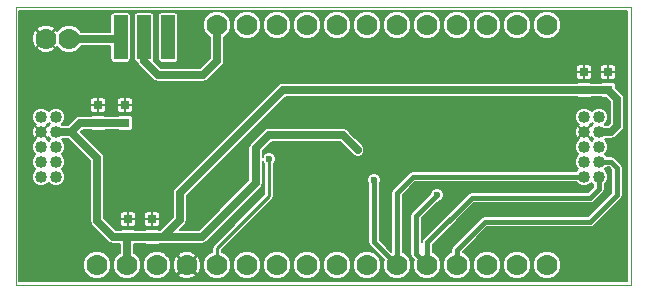
<source format=gbr>
G04 #@! TF.FileFunction,Copper,L2,Bot,Signal*
%FSLAX46Y46*%
G04 Gerber Fmt 4.6, Leading zero omitted, Abs format (unit mm)*
G04 Created by KiCad (PCBNEW 4.0.3-stable) date 10/04/17 18:30:16*
%MOMM*%
%LPD*%
G01*
G04 APERTURE LIST*
%ADD10C,0.152400*%
%ADD11C,0.025400*%
%ADD12C,1.778000*%
%ADD13C,0.600000*%
%ADD14R,0.750000X0.800000*%
%ADD15R,1.143000X3.683000*%
%ADD16C,1.016000*%
%ADD17C,0.635000*%
%ADD18C,0.381000*%
%ADD19C,0.228600*%
G04 APERTURE END LIST*
D10*
D11*
X200025000Y-81915000D02*
X147955000Y-81915000D01*
X200025000Y-105410000D02*
X200025000Y-81915000D01*
X147955000Y-105410000D02*
X200025000Y-105410000D01*
X147955000Y-81915000D02*
X147955000Y-105410000D01*
D12*
X154851100Y-103733600D03*
X157391100Y-103733600D03*
X159931100Y-103733600D03*
X162471100Y-103733600D03*
X165011100Y-103733600D03*
X167551100Y-103733600D03*
X170091100Y-103733600D03*
X172631100Y-103733600D03*
X175171100Y-103733600D03*
X177711100Y-103733600D03*
X180251100Y-103733600D03*
X182791100Y-103733600D03*
X185331100Y-103733600D03*
X187871100Y-103733600D03*
X190411100Y-103733600D03*
X192951100Y-103733600D03*
X192951100Y-83413600D03*
X190411100Y-83413600D03*
X187871100Y-83413600D03*
X185331100Y-83413600D03*
X182791100Y-83413600D03*
X180251100Y-83413600D03*
X177711100Y-83413600D03*
X175171100Y-83413600D03*
X172631100Y-83413600D03*
X170091100Y-83413600D03*
X167551100Y-83413600D03*
X165011100Y-83413600D03*
D13*
X192659000Y-87757000D03*
X184404000Y-90297000D03*
X198628000Y-85471000D03*
X198247000Y-103632000D03*
X199009000Y-94234000D03*
X198755000Y-99441000D03*
X186880500Y-91376500D03*
X188404500Y-87185500D03*
X198628000Y-83439000D03*
X183134000Y-85471000D03*
X171704000Y-90043000D03*
X165671500Y-100774500D03*
X151384000Y-104648000D03*
X165100000Y-92710000D03*
X163068000Y-83185000D03*
X163068000Y-85217000D03*
X188849000Y-93408500D03*
X188785500Y-92075000D03*
X183515000Y-92710000D03*
X196342000Y-85598000D03*
X196405500Y-83439000D03*
X194500500Y-85852000D03*
X192595500Y-85852000D03*
X190627000Y-85852000D03*
X178689000Y-90297000D03*
X186944000Y-85598000D03*
X194437000Y-90678000D03*
X192024000Y-90805000D03*
X194437000Y-92456000D03*
X190881000Y-93345000D03*
X195961000Y-103505000D03*
X198247000Y-101600000D03*
X195961000Y-101600000D03*
X193548000Y-101600000D03*
X190944500Y-101600000D03*
X153352500Y-102235000D03*
X160655000Y-92710000D03*
X153797000Y-82677000D03*
X152273000Y-88646000D03*
X149542500Y-87693500D03*
X154686000Y-86868000D03*
X150368000Y-82677000D03*
X168529000Y-85725000D03*
X166497000Y-86741000D03*
X170815000Y-86487000D03*
X169418000Y-87884000D03*
X166497000Y-88646000D03*
X163703000Y-88646000D03*
X157226000Y-88646000D03*
X154940000Y-88646000D03*
X160909000Y-88900000D03*
X159512000Y-90297000D03*
X174244000Y-85598000D03*
X173355000Y-87122000D03*
X163830000Y-90805000D03*
X177927000Y-85344000D03*
X177927000Y-86741000D03*
X176276000Y-86741000D03*
X181102000Y-87185500D03*
X185864500Y-87376000D03*
X183134000Y-87185500D03*
X181864000Y-90297000D03*
X194437000Y-95123000D03*
X192786000Y-95123000D03*
X190881000Y-95123000D03*
X188849000Y-95123000D03*
X185229500Y-94805500D03*
X181864000Y-95123000D03*
X185928000Y-100076000D03*
X194437000Y-97155000D03*
X192659000Y-97155000D03*
X190881000Y-97155000D03*
X188976000Y-97155000D03*
X195834000Y-99060000D03*
X193548000Y-99060000D03*
X191516000Y-99060000D03*
X189230000Y-99060000D03*
X184023000Y-98933000D03*
X188658500Y-101600000D03*
X185928000Y-97218500D03*
X182118000Y-97409000D03*
X179324000Y-97028000D03*
X163195000Y-92710000D03*
X161925000Y-94615000D03*
X176530000Y-102489000D03*
X173990000Y-102489000D03*
X161163000Y-102489000D03*
X168783000Y-102489000D03*
X179324000Y-101600000D03*
X181102000Y-100203000D03*
X179324000Y-99187000D03*
X175831500Y-99123500D03*
X172720000Y-99123500D03*
X169926000Y-99123500D03*
X167195500Y-99187000D03*
X167005000Y-94615000D03*
X163830000Y-99187000D03*
X160337500Y-97726500D03*
X159131000Y-96520000D03*
X176530000Y-100774500D03*
X173672500Y-100774500D03*
X171069000Y-100774500D03*
X168402000Y-100774500D03*
X165608000Y-96647000D03*
X156527500Y-96329500D03*
X153479500Y-98552000D03*
X149352000Y-104648000D03*
X151384000Y-100901500D03*
X149352000Y-102870000D03*
X149352000Y-100838000D03*
X149352000Y-99060000D03*
X157480000Y-98298000D03*
X151384000Y-102870000D03*
X150939500Y-99123500D03*
X183832500Y-102235000D03*
D14*
X157480000Y-99834000D03*
X157480000Y-101334000D03*
X159512000Y-99834000D03*
X159512000Y-101334000D03*
X198120000Y-87388000D03*
X198120000Y-88888000D03*
X196088000Y-87388000D03*
X196088000Y-88888000D03*
X157226000Y-90182000D03*
X157226000Y-91682000D03*
X154940000Y-90182000D03*
X154940000Y-91682000D03*
D15*
X156845000Y-84455000D03*
X158844996Y-84455000D03*
X160844992Y-84455000D03*
D16*
X197358000Y-96266000D03*
X196088000Y-96266000D03*
X197358000Y-94996000D03*
X196088000Y-94996000D03*
X197358000Y-93726000D03*
X196088000Y-93726000D03*
X197358000Y-92456000D03*
X196088000Y-92456000D03*
X197358000Y-91186000D03*
X196088000Y-91186000D03*
X151384000Y-96266000D03*
X150114000Y-96266000D03*
X151384000Y-94996000D03*
X150114000Y-94996000D03*
X151384000Y-93726000D03*
X150114000Y-93726000D03*
X151384000Y-92456000D03*
X150114000Y-92456000D03*
X151384000Y-91186000D03*
X150114000Y-91186000D03*
D12*
X150495000Y-84582000D03*
X152494996Y-84582000D03*
D13*
X166370000Y-90805000D03*
X176911000Y-93980000D03*
X174498000Y-92710000D03*
X169418000Y-94742000D03*
X178308000Y-96520000D03*
X183642000Y-97790000D03*
D17*
X159512000Y-101334000D02*
X163715000Y-101334000D01*
X168275000Y-96774000D02*
X168275000Y-93853000D01*
X163715000Y-101334000D02*
X168275000Y-96774000D01*
X196088000Y-88888000D02*
X170573000Y-88888000D01*
X161861500Y-99937000D02*
X160464500Y-101334000D01*
X161861500Y-97599500D02*
X161861500Y-99937000D01*
X170573000Y-88888000D02*
X161861500Y-97599500D01*
X160464500Y-101334000D02*
X159512000Y-101334000D01*
X169418000Y-92710000D02*
X174498000Y-92710000D01*
X168275000Y-93853000D02*
X169418000Y-92710000D01*
X159512000Y-101334000D02*
X160464500Y-101334000D01*
X157480000Y-101334000D02*
X156198000Y-101334000D01*
X154876500Y-94678500D02*
X152654000Y-92456000D01*
X154876500Y-100012500D02*
X154876500Y-94678500D01*
X156198000Y-101334000D02*
X154876500Y-100012500D01*
X174498000Y-92710000D02*
X175641000Y-92710000D01*
X175641000Y-92710000D02*
X176911000Y-93980000D01*
X157226000Y-91682000D02*
X154940000Y-91682000D01*
X154940000Y-91682000D02*
X153428000Y-91682000D01*
X153162000Y-91948000D02*
X152654000Y-92456000D01*
X153428000Y-91682000D02*
X153162000Y-91948000D01*
X152654000Y-92456000D02*
X151384000Y-92456000D01*
X198120000Y-88888000D02*
X196088000Y-88888000D01*
X197358000Y-92456000D02*
X198374000Y-92456000D01*
X198374000Y-92456000D02*
X198882000Y-91948000D01*
X198882000Y-89650000D02*
X198120000Y-88888000D01*
X198882000Y-91948000D02*
X198882000Y-89650000D01*
X159512000Y-101334000D02*
X157480000Y-101334000D01*
X157391100Y-103733600D02*
X157391100Y-101422900D01*
X157391100Y-101422900D02*
X157480000Y-101334000D01*
D18*
X157480000Y-103644700D02*
X157391100Y-103733600D01*
D19*
X169418000Y-94742000D02*
X169418000Y-97917000D01*
X165011100Y-102323900D02*
X165011100Y-103733600D01*
X169418000Y-97917000D02*
X165011100Y-102323900D01*
X165011100Y-103720900D02*
X165011100Y-103733600D01*
D18*
X178308000Y-96520000D02*
X178308000Y-101790500D01*
X178308000Y-101790500D02*
X180251100Y-103733600D01*
X196088000Y-96266000D02*
X181610000Y-96266000D01*
X181610000Y-96266000D02*
X180251100Y-97624900D01*
X180251100Y-97624900D02*
X180251100Y-103733600D01*
D19*
X178308000Y-101854000D02*
X180187600Y-103733600D01*
X178308000Y-96520000D02*
X178308000Y-101854000D01*
X180187600Y-103733600D02*
X180251100Y-103733600D01*
X180251100Y-103733600D02*
X180251100Y-103212900D01*
D18*
X181864000Y-99568000D02*
X183642000Y-97790000D01*
X182791100Y-103733600D02*
X182791100Y-101815900D01*
X182791100Y-101815900D02*
X186563000Y-98044000D01*
X182791100Y-103733600D02*
X181864000Y-102806500D01*
X181864000Y-102806500D02*
X181864000Y-99568000D01*
X197358000Y-97282000D02*
X197358000Y-96266000D01*
X196596000Y-98044000D02*
X197358000Y-97282000D01*
X186563000Y-98044000D02*
X196596000Y-98044000D01*
D19*
X182791100Y-103733600D02*
X183032400Y-103733600D01*
D18*
X185331100Y-103733600D02*
X185331100Y-102450900D01*
X198374000Y-94996000D02*
X197358000Y-94996000D01*
X198882000Y-95504000D02*
X198374000Y-94996000D01*
X198882000Y-97790000D02*
X198882000Y-95504000D01*
X196596000Y-100076000D02*
X198882000Y-97790000D01*
X187706000Y-100076000D02*
X196596000Y-100076000D01*
X185331100Y-102450900D02*
X187706000Y-100076000D01*
D17*
X158844996Y-84455000D02*
X158844996Y-86454996D01*
X165011100Y-86448900D02*
X165011100Y-83413600D01*
X163830000Y-87630000D02*
X165011100Y-86448900D01*
X160020000Y-87630000D02*
X163830000Y-87630000D01*
X158844996Y-86454996D02*
X160020000Y-87630000D01*
X152494996Y-84582000D02*
X156718000Y-84582000D01*
X156718000Y-84582000D02*
X156845000Y-84455000D01*
D10*
G36*
X199732900Y-105117900D02*
X148247100Y-105117900D01*
X148247100Y-103964989D01*
X153682498Y-103964989D01*
X153860001Y-104394581D01*
X154188391Y-104723543D01*
X154617671Y-104901796D01*
X155082489Y-104902202D01*
X155512081Y-104724699D01*
X155841043Y-104396309D01*
X156019296Y-103967029D01*
X156019702Y-103502211D01*
X155842199Y-103072619D01*
X155513809Y-102743657D01*
X155084529Y-102565404D01*
X154619711Y-102564998D01*
X154190119Y-102742501D01*
X153861157Y-103070891D01*
X153682904Y-103500171D01*
X153682498Y-103964989D01*
X148247100Y-103964989D01*
X148247100Y-92606614D01*
X149325429Y-92606614D01*
X149443093Y-92896922D01*
X149449896Y-92907104D01*
X149578058Y-92956021D01*
X150078079Y-92456000D01*
X149578058Y-91955979D01*
X149449896Y-92004896D01*
X149327818Y-92293376D01*
X149325429Y-92606614D01*
X148247100Y-92606614D01*
X148247100Y-91341936D01*
X149326464Y-91341936D01*
X149446086Y-91631444D01*
X149647230Y-91832940D01*
X149613979Y-91920058D01*
X150114000Y-92420079D01*
X150614021Y-91920058D01*
X150580683Y-91832712D01*
X150749137Y-91664552D01*
X150905448Y-91821137D01*
X150737060Y-91989230D01*
X150649942Y-91955979D01*
X150149921Y-92456000D01*
X150649942Y-92956021D01*
X150737288Y-92922683D01*
X150905448Y-93091137D01*
X150748863Y-93247448D01*
X150580770Y-93079060D01*
X150614021Y-92991942D01*
X150114000Y-92491921D01*
X149613979Y-92991942D01*
X149647317Y-93079288D01*
X149446864Y-93279391D01*
X149326737Y-93568689D01*
X149326464Y-93881936D01*
X149446086Y-94171444D01*
X149635448Y-94361137D01*
X149446864Y-94549391D01*
X149326737Y-94838689D01*
X149326464Y-95151936D01*
X149446086Y-95441444D01*
X149635448Y-95631137D01*
X149446864Y-95819391D01*
X149326737Y-96108689D01*
X149326464Y-96421936D01*
X149446086Y-96711444D01*
X149667391Y-96933136D01*
X149956689Y-97053263D01*
X150269936Y-97053536D01*
X150559444Y-96933914D01*
X150749137Y-96744552D01*
X150937391Y-96933136D01*
X151226689Y-97053263D01*
X151539936Y-97053536D01*
X151829444Y-96933914D01*
X152051136Y-96712609D01*
X152171263Y-96423311D01*
X152171536Y-96110064D01*
X152051914Y-95820556D01*
X151862552Y-95630863D01*
X152051136Y-95442609D01*
X152171263Y-95153311D01*
X152171536Y-94840064D01*
X152051914Y-94550556D01*
X151862552Y-94360863D01*
X152051136Y-94172609D01*
X152171263Y-93883311D01*
X152171536Y-93570064D01*
X152051914Y-93280556D01*
X151862552Y-93090863D01*
X151900582Y-93052900D01*
X152406756Y-93052900D01*
X154279600Y-94925744D01*
X154279600Y-100012500D01*
X154325036Y-100240924D01*
X154454428Y-100434572D01*
X155775928Y-101756072D01*
X155969576Y-101885464D01*
X156198000Y-101930900D01*
X156794200Y-101930900D01*
X156794200Y-102716023D01*
X156730119Y-102742501D01*
X156401157Y-103070891D01*
X156222904Y-103500171D01*
X156222498Y-103964989D01*
X156400001Y-104394581D01*
X156728391Y-104723543D01*
X157157671Y-104901796D01*
X157622489Y-104902202D01*
X158052081Y-104724699D01*
X158381043Y-104396309D01*
X158559296Y-103967029D01*
X158559297Y-103964989D01*
X158762498Y-103964989D01*
X158940001Y-104394581D01*
X159268391Y-104723543D01*
X159697671Y-104901796D01*
X160162489Y-104902202D01*
X160592081Y-104724699D01*
X160772759Y-104544335D01*
X161696286Y-104544335D01*
X161791586Y-104712084D01*
X162217761Y-104897641D01*
X162682504Y-104905982D01*
X163115063Y-104735838D01*
X163150614Y-104712084D01*
X163245914Y-104544335D01*
X162471100Y-103769521D01*
X161696286Y-104544335D01*
X160772759Y-104544335D01*
X160921043Y-104396309D01*
X161099296Y-103967029D01*
X161099315Y-103945004D01*
X161298718Y-103945004D01*
X161468862Y-104377563D01*
X161492616Y-104413114D01*
X161660365Y-104508414D01*
X162435179Y-103733600D01*
X162507021Y-103733600D01*
X163281835Y-104508414D01*
X163449584Y-104413114D01*
X163635141Y-103986939D01*
X163643482Y-103522196D01*
X163473338Y-103089637D01*
X163449584Y-103054086D01*
X163281835Y-102958786D01*
X162507021Y-103733600D01*
X162435179Y-103733600D01*
X161660365Y-102958786D01*
X161492616Y-103054086D01*
X161307059Y-103480261D01*
X161298718Y-103945004D01*
X161099315Y-103945004D01*
X161099702Y-103502211D01*
X160922199Y-103072619D01*
X160772706Y-102922865D01*
X161696286Y-102922865D01*
X162471100Y-103697679D01*
X163245914Y-102922865D01*
X163150614Y-102755116D01*
X162724439Y-102569559D01*
X162259696Y-102561218D01*
X161827137Y-102731362D01*
X161791586Y-102755116D01*
X161696286Y-102922865D01*
X160772706Y-102922865D01*
X160593809Y-102743657D01*
X160164529Y-102565404D01*
X159699711Y-102564998D01*
X159270119Y-102742501D01*
X158941157Y-103070891D01*
X158762904Y-103500171D01*
X158762498Y-103964989D01*
X158559297Y-103964989D01*
X158559702Y-103502211D01*
X158382199Y-103072619D01*
X158053809Y-102743657D01*
X157988000Y-102716331D01*
X157988000Y-101980433D01*
X158053634Y-101938199D01*
X158058621Y-101930900D01*
X158931685Y-101930900D01*
X158932801Y-101932634D01*
X159026168Y-101996429D01*
X159137000Y-102018873D01*
X159887000Y-102018873D01*
X159990539Y-101999391D01*
X160085634Y-101938199D01*
X160090621Y-101930900D01*
X163715000Y-101930900D01*
X163943424Y-101885464D01*
X164137072Y-101756072D01*
X168697072Y-97196072D01*
X168826464Y-97002424D01*
X168871900Y-96774000D01*
X168871900Y-94937579D01*
X168926522Y-95069775D01*
X169024300Y-95167724D01*
X169024300Y-97753924D01*
X164732712Y-102045512D01*
X164647369Y-102173237D01*
X164647369Y-102173238D01*
X164617400Y-102323900D01*
X164617400Y-102632063D01*
X164350119Y-102742501D01*
X164021157Y-103070891D01*
X163842904Y-103500171D01*
X163842498Y-103964989D01*
X164020001Y-104394581D01*
X164348391Y-104723543D01*
X164777671Y-104901796D01*
X165242489Y-104902202D01*
X165672081Y-104724699D01*
X166001043Y-104396309D01*
X166179296Y-103967029D01*
X166179297Y-103964989D01*
X166382498Y-103964989D01*
X166560001Y-104394581D01*
X166888391Y-104723543D01*
X167317671Y-104901796D01*
X167782489Y-104902202D01*
X168212081Y-104724699D01*
X168541043Y-104396309D01*
X168719296Y-103967029D01*
X168719297Y-103964989D01*
X168922498Y-103964989D01*
X169100001Y-104394581D01*
X169428391Y-104723543D01*
X169857671Y-104901796D01*
X170322489Y-104902202D01*
X170752081Y-104724699D01*
X171081043Y-104396309D01*
X171259296Y-103967029D01*
X171259297Y-103964989D01*
X171462498Y-103964989D01*
X171640001Y-104394581D01*
X171968391Y-104723543D01*
X172397671Y-104901796D01*
X172862489Y-104902202D01*
X173292081Y-104724699D01*
X173621043Y-104396309D01*
X173799296Y-103967029D01*
X173799297Y-103964989D01*
X174002498Y-103964989D01*
X174180001Y-104394581D01*
X174508391Y-104723543D01*
X174937671Y-104901796D01*
X175402489Y-104902202D01*
X175832081Y-104724699D01*
X176161043Y-104396309D01*
X176339296Y-103967029D01*
X176339297Y-103964989D01*
X176542498Y-103964989D01*
X176720001Y-104394581D01*
X177048391Y-104723543D01*
X177477671Y-104901796D01*
X177942489Y-104902202D01*
X178372081Y-104724699D01*
X178701043Y-104396309D01*
X178879296Y-103967029D01*
X178879702Y-103502211D01*
X178702199Y-103072619D01*
X178373809Y-102743657D01*
X177944529Y-102565404D01*
X177479711Y-102564998D01*
X177050119Y-102742501D01*
X176721157Y-103070891D01*
X176542904Y-103500171D01*
X176542498Y-103964989D01*
X176339297Y-103964989D01*
X176339702Y-103502211D01*
X176162199Y-103072619D01*
X175833809Y-102743657D01*
X175404529Y-102565404D01*
X174939711Y-102564998D01*
X174510119Y-102742501D01*
X174181157Y-103070891D01*
X174002904Y-103500171D01*
X174002498Y-103964989D01*
X173799297Y-103964989D01*
X173799702Y-103502211D01*
X173622199Y-103072619D01*
X173293809Y-102743657D01*
X172864529Y-102565404D01*
X172399711Y-102564998D01*
X171970119Y-102742501D01*
X171641157Y-103070891D01*
X171462904Y-103500171D01*
X171462498Y-103964989D01*
X171259297Y-103964989D01*
X171259702Y-103502211D01*
X171082199Y-103072619D01*
X170753809Y-102743657D01*
X170324529Y-102565404D01*
X169859711Y-102564998D01*
X169430119Y-102742501D01*
X169101157Y-103070891D01*
X168922904Y-103500171D01*
X168922498Y-103964989D01*
X168719297Y-103964989D01*
X168719702Y-103502211D01*
X168542199Y-103072619D01*
X168213809Y-102743657D01*
X167784529Y-102565404D01*
X167319711Y-102564998D01*
X166890119Y-102742501D01*
X166561157Y-103070891D01*
X166382904Y-103500171D01*
X166382498Y-103964989D01*
X166179297Y-103964989D01*
X166179702Y-103502211D01*
X166002199Y-103072619D01*
X165673809Y-102743657D01*
X165404800Y-102631954D01*
X165404800Y-102486976D01*
X169696388Y-98195388D01*
X169781731Y-98067662D01*
X169811700Y-97917000D01*
X169811700Y-95167668D01*
X169908905Y-95070632D01*
X169997299Y-94857755D01*
X169997500Y-94627256D01*
X169909478Y-94414225D01*
X169746632Y-94251095D01*
X169533755Y-94162701D01*
X169303256Y-94162500D01*
X169090225Y-94250522D01*
X168927095Y-94413368D01*
X168871900Y-94546293D01*
X168871900Y-94100244D01*
X169665244Y-93306900D01*
X175393756Y-93306900D01*
X176488928Y-94402072D01*
X176563187Y-94451690D01*
X176582368Y-94470905D01*
X176607662Y-94481408D01*
X176682576Y-94531464D01*
X176770172Y-94548888D01*
X176795245Y-94559299D01*
X176822633Y-94559323D01*
X176911000Y-94576900D01*
X176998595Y-94559476D01*
X177025744Y-94559500D01*
X177051056Y-94549041D01*
X177139424Y-94531464D01*
X177213682Y-94481846D01*
X177238775Y-94471478D01*
X177258160Y-94452127D01*
X177333072Y-94402072D01*
X177382690Y-94327813D01*
X177401905Y-94308632D01*
X177412408Y-94283338D01*
X177462464Y-94208424D01*
X177479888Y-94120828D01*
X177490299Y-94095755D01*
X177490323Y-94068367D01*
X177507900Y-93980000D01*
X177490476Y-93892405D01*
X177490500Y-93865256D01*
X177480041Y-93839944D01*
X177462464Y-93751576D01*
X177412846Y-93677318D01*
X177402478Y-93652225D01*
X177383127Y-93632840D01*
X177333072Y-93557928D01*
X176381758Y-92606614D01*
X195299429Y-92606614D01*
X195417093Y-92896922D01*
X195423896Y-92907104D01*
X195552058Y-92956021D01*
X196052079Y-92456000D01*
X195552058Y-91955979D01*
X195423896Y-92004896D01*
X195301818Y-92293376D01*
X195299429Y-92606614D01*
X176381758Y-92606614D01*
X176063072Y-92287928D01*
X175869424Y-92158536D01*
X175641000Y-92113100D01*
X169418000Y-92113100D01*
X169189576Y-92158536D01*
X168995928Y-92287928D01*
X167852928Y-93430928D01*
X167723536Y-93624576D01*
X167678100Y-93853000D01*
X167678100Y-96526756D01*
X163467756Y-100737100D01*
X161905544Y-100737100D01*
X162283572Y-100359072D01*
X162412964Y-100165424D01*
X162458400Y-99937000D01*
X162458400Y-97846744D01*
X170820244Y-89484900D01*
X195507685Y-89484900D01*
X195508801Y-89486634D01*
X195602168Y-89550429D01*
X195713000Y-89572873D01*
X196463000Y-89572873D01*
X196566539Y-89553391D01*
X196661634Y-89492199D01*
X196666621Y-89484900D01*
X197539685Y-89484900D01*
X197540801Y-89486634D01*
X197634168Y-89550429D01*
X197745000Y-89572873D01*
X197960729Y-89572873D01*
X198285100Y-89897244D01*
X198285100Y-91700756D01*
X198126756Y-91859100D01*
X197874722Y-91859100D01*
X197836552Y-91820863D01*
X198025136Y-91632609D01*
X198145263Y-91343311D01*
X198145536Y-91030064D01*
X198025914Y-90740556D01*
X197804609Y-90518864D01*
X197515311Y-90398737D01*
X197202064Y-90398464D01*
X196912556Y-90518086D01*
X196722863Y-90707448D01*
X196534609Y-90518864D01*
X196245311Y-90398737D01*
X195932064Y-90398464D01*
X195642556Y-90518086D01*
X195420864Y-90739391D01*
X195300737Y-91028689D01*
X195300464Y-91341936D01*
X195420086Y-91631444D01*
X195621230Y-91832940D01*
X195587979Y-91920058D01*
X196088000Y-92420079D01*
X196588021Y-91920058D01*
X196554683Y-91832712D01*
X196723137Y-91664552D01*
X196879448Y-91821137D01*
X196711060Y-91989230D01*
X196623942Y-91955979D01*
X196123921Y-92456000D01*
X196623942Y-92956021D01*
X196711288Y-92922683D01*
X196879448Y-93091137D01*
X196722863Y-93247448D01*
X196554770Y-93079060D01*
X196588021Y-92991942D01*
X196088000Y-92491921D01*
X195587979Y-92991942D01*
X195621317Y-93079288D01*
X195420864Y-93279391D01*
X195300737Y-93568689D01*
X195300464Y-93881936D01*
X195420086Y-94171444D01*
X195609448Y-94361137D01*
X195420864Y-94549391D01*
X195300737Y-94838689D01*
X195300464Y-95151936D01*
X195420086Y-95441444D01*
X195609448Y-95631137D01*
X195444196Y-95796100D01*
X181610000Y-95796100D01*
X181430177Y-95831869D01*
X181277731Y-95933730D01*
X179918831Y-97292631D01*
X179816969Y-97445077D01*
X179781200Y-97624900D01*
X179781200Y-102599161D01*
X178777900Y-101595862D01*
X178777900Y-96869600D01*
X178798905Y-96848632D01*
X178887299Y-96635755D01*
X178887500Y-96405256D01*
X178799478Y-96192225D01*
X178636632Y-96029095D01*
X178423755Y-95940701D01*
X178193256Y-95940500D01*
X177980225Y-96028522D01*
X177817095Y-96191368D01*
X177728701Y-96404245D01*
X177728500Y-96634744D01*
X177816522Y-96847775D01*
X177838100Y-96869391D01*
X177838100Y-101790500D01*
X177866372Y-101932634D01*
X177873869Y-101970323D01*
X177975731Y-102122769D01*
X179162190Y-103309229D01*
X179082904Y-103500171D01*
X179082498Y-103964989D01*
X179260001Y-104394581D01*
X179588391Y-104723543D01*
X180017671Y-104901796D01*
X180482489Y-104902202D01*
X180912081Y-104724699D01*
X181241043Y-104396309D01*
X181419296Y-103967029D01*
X181419702Y-103502211D01*
X181242199Y-103072619D01*
X180913809Y-102743657D01*
X180721000Y-102663596D01*
X180721000Y-97819538D01*
X181804639Y-96735900D01*
X195444499Y-96735900D01*
X195641391Y-96933136D01*
X195930689Y-97053263D01*
X196243936Y-97053536D01*
X196533444Y-96933914D01*
X196723137Y-96744552D01*
X196888100Y-96909804D01*
X196888100Y-97087361D01*
X196401362Y-97574100D01*
X186563000Y-97574100D01*
X186383177Y-97609869D01*
X186230730Y-97711731D01*
X182458831Y-101483631D01*
X182356969Y-101636077D01*
X182333900Y-101752053D01*
X182333900Y-99762638D01*
X183727065Y-98369474D01*
X183756744Y-98369500D01*
X183969775Y-98281478D01*
X184132905Y-98118632D01*
X184221299Y-97905755D01*
X184221500Y-97675256D01*
X184133478Y-97462225D01*
X183970632Y-97299095D01*
X183757755Y-97210701D01*
X183527256Y-97210500D01*
X183314225Y-97298522D01*
X183151095Y-97461368D01*
X183062701Y-97674245D01*
X183062674Y-97704787D01*
X181531731Y-99235731D01*
X181429869Y-99388177D01*
X181394100Y-99568000D01*
X181394100Y-102806500D01*
X181419563Y-102934512D01*
X181429869Y-102986323D01*
X181531731Y-103138769D01*
X181702190Y-103309229D01*
X181622904Y-103500171D01*
X181622498Y-103964989D01*
X181800001Y-104394581D01*
X182128391Y-104723543D01*
X182557671Y-104901796D01*
X183022489Y-104902202D01*
X183452081Y-104724699D01*
X183781043Y-104396309D01*
X183959296Y-103967029D01*
X183959702Y-103502211D01*
X183782199Y-103072619D01*
X183453809Y-102743657D01*
X183261000Y-102663596D01*
X183261000Y-102010538D01*
X186757639Y-98513900D01*
X196596000Y-98513900D01*
X196775823Y-98478131D01*
X196928269Y-98376269D01*
X197690270Y-97614269D01*
X197792131Y-97461823D01*
X197827900Y-97282000D01*
X197827900Y-96909501D01*
X198025136Y-96712609D01*
X198145263Y-96423311D01*
X198145536Y-96110064D01*
X198025914Y-95820556D01*
X197836552Y-95630863D01*
X198001804Y-95465900D01*
X198179362Y-95465900D01*
X198412100Y-95698639D01*
X198412100Y-97595361D01*
X196401362Y-99606100D01*
X187706000Y-99606100D01*
X187526177Y-99641869D01*
X187373731Y-99743730D01*
X184998831Y-102118631D01*
X184896969Y-102271077D01*
X184861200Y-102450900D01*
X184861200Y-102663548D01*
X184670119Y-102742501D01*
X184341157Y-103070891D01*
X184162904Y-103500171D01*
X184162498Y-103964989D01*
X184340001Y-104394581D01*
X184668391Y-104723543D01*
X185097671Y-104901796D01*
X185562489Y-104902202D01*
X185992081Y-104724699D01*
X186321043Y-104396309D01*
X186499296Y-103967029D01*
X186499297Y-103964989D01*
X186702498Y-103964989D01*
X186880001Y-104394581D01*
X187208391Y-104723543D01*
X187637671Y-104901796D01*
X188102489Y-104902202D01*
X188532081Y-104724699D01*
X188861043Y-104396309D01*
X189039296Y-103967029D01*
X189039297Y-103964989D01*
X189242498Y-103964989D01*
X189420001Y-104394581D01*
X189748391Y-104723543D01*
X190177671Y-104901796D01*
X190642489Y-104902202D01*
X191072081Y-104724699D01*
X191401043Y-104396309D01*
X191579296Y-103967029D01*
X191579297Y-103964989D01*
X191782498Y-103964989D01*
X191960001Y-104394581D01*
X192288391Y-104723543D01*
X192717671Y-104901796D01*
X193182489Y-104902202D01*
X193612081Y-104724699D01*
X193941043Y-104396309D01*
X194119296Y-103967029D01*
X194119702Y-103502211D01*
X193942199Y-103072619D01*
X193613809Y-102743657D01*
X193184529Y-102565404D01*
X192719711Y-102564998D01*
X192290119Y-102742501D01*
X191961157Y-103070891D01*
X191782904Y-103500171D01*
X191782498Y-103964989D01*
X191579297Y-103964989D01*
X191579702Y-103502211D01*
X191402199Y-103072619D01*
X191073809Y-102743657D01*
X190644529Y-102565404D01*
X190179711Y-102564998D01*
X189750119Y-102742501D01*
X189421157Y-103070891D01*
X189242904Y-103500171D01*
X189242498Y-103964989D01*
X189039297Y-103964989D01*
X189039702Y-103502211D01*
X188862199Y-103072619D01*
X188533809Y-102743657D01*
X188104529Y-102565404D01*
X187639711Y-102564998D01*
X187210119Y-102742501D01*
X186881157Y-103070891D01*
X186702904Y-103500171D01*
X186702498Y-103964989D01*
X186499297Y-103964989D01*
X186499702Y-103502211D01*
X186322199Y-103072619D01*
X185993809Y-102743657D01*
X185801000Y-102663596D01*
X185801000Y-102645538D01*
X187900639Y-100545900D01*
X196596000Y-100545900D01*
X196775823Y-100510131D01*
X196928269Y-100408269D01*
X199214269Y-98122270D01*
X199316131Y-97969823D01*
X199344356Y-97827924D01*
X199351900Y-97790000D01*
X199351900Y-95504000D01*
X199316131Y-95324177D01*
X199283539Y-95275400D01*
X199214269Y-95171730D01*
X198706269Y-94663731D01*
X198553823Y-94561869D01*
X198541913Y-94559500D01*
X198374000Y-94526100D01*
X198001501Y-94526100D01*
X197836552Y-94360863D01*
X198025136Y-94172609D01*
X198145263Y-93883311D01*
X198145536Y-93570064D01*
X198025914Y-93280556D01*
X197836552Y-93090863D01*
X197874582Y-93052900D01*
X198374000Y-93052900D01*
X198602424Y-93007464D01*
X198796072Y-92878072D01*
X199304072Y-92370072D01*
X199433464Y-92176424D01*
X199478900Y-91948000D01*
X199478900Y-89650000D01*
X199433464Y-89421576D01*
X199304072Y-89227928D01*
X198779873Y-88703729D01*
X198779873Y-88488000D01*
X198760391Y-88384461D01*
X198699199Y-88289366D01*
X198605832Y-88225571D01*
X198495000Y-88203127D01*
X197745000Y-88203127D01*
X197641461Y-88222609D01*
X197546366Y-88283801D01*
X197541379Y-88291100D01*
X196668315Y-88291100D01*
X196667199Y-88289366D01*
X196573832Y-88225571D01*
X196463000Y-88203127D01*
X195713000Y-88203127D01*
X195609461Y-88222609D01*
X195514366Y-88283801D01*
X195509379Y-88291100D01*
X170573000Y-88291100D01*
X170344576Y-88336536D01*
X170150928Y-88465928D01*
X161439428Y-97177428D01*
X161310036Y-97371076D01*
X161264600Y-97599500D01*
X161264600Y-99689756D01*
X160217256Y-100737100D01*
X160092315Y-100737100D01*
X160091199Y-100735366D01*
X159997832Y-100671571D01*
X159887000Y-100649127D01*
X159137000Y-100649127D01*
X159033461Y-100668609D01*
X158938366Y-100729801D01*
X158933379Y-100737100D01*
X158060315Y-100737100D01*
X158059199Y-100735366D01*
X157965832Y-100671571D01*
X157855000Y-100649127D01*
X157105000Y-100649127D01*
X157001461Y-100668609D01*
X156906366Y-100729801D01*
X156901379Y-100737100D01*
X156445244Y-100737100D01*
X155637394Y-99929250D01*
X156825600Y-99929250D01*
X156825600Y-100289576D01*
X156868136Y-100392267D01*
X156946733Y-100470864D01*
X157049424Y-100513400D01*
X157384750Y-100513400D01*
X157454600Y-100443550D01*
X157454600Y-99859400D01*
X157505400Y-99859400D01*
X157505400Y-100443550D01*
X157575250Y-100513400D01*
X157910576Y-100513400D01*
X158013267Y-100470864D01*
X158091864Y-100392267D01*
X158134400Y-100289576D01*
X158134400Y-99929250D01*
X158857600Y-99929250D01*
X158857600Y-100289576D01*
X158900136Y-100392267D01*
X158978733Y-100470864D01*
X159081424Y-100513400D01*
X159416750Y-100513400D01*
X159486600Y-100443550D01*
X159486600Y-99859400D01*
X159537400Y-99859400D01*
X159537400Y-100443550D01*
X159607250Y-100513400D01*
X159942576Y-100513400D01*
X160045267Y-100470864D01*
X160123864Y-100392267D01*
X160166400Y-100289576D01*
X160166400Y-99929250D01*
X160096550Y-99859400D01*
X159537400Y-99859400D01*
X159486600Y-99859400D01*
X158927450Y-99859400D01*
X158857600Y-99929250D01*
X158134400Y-99929250D01*
X158064550Y-99859400D01*
X157505400Y-99859400D01*
X157454600Y-99859400D01*
X156895450Y-99859400D01*
X156825600Y-99929250D01*
X155637394Y-99929250D01*
X155473400Y-99765256D01*
X155473400Y-99378424D01*
X156825600Y-99378424D01*
X156825600Y-99738750D01*
X156895450Y-99808600D01*
X157454600Y-99808600D01*
X157454600Y-99224450D01*
X157505400Y-99224450D01*
X157505400Y-99808600D01*
X158064550Y-99808600D01*
X158134400Y-99738750D01*
X158134400Y-99378424D01*
X158857600Y-99378424D01*
X158857600Y-99738750D01*
X158927450Y-99808600D01*
X159486600Y-99808600D01*
X159486600Y-99224450D01*
X159537400Y-99224450D01*
X159537400Y-99808600D01*
X160096550Y-99808600D01*
X160166400Y-99738750D01*
X160166400Y-99378424D01*
X160123864Y-99275733D01*
X160045267Y-99197136D01*
X159942576Y-99154600D01*
X159607250Y-99154600D01*
X159537400Y-99224450D01*
X159486600Y-99224450D01*
X159416750Y-99154600D01*
X159081424Y-99154600D01*
X158978733Y-99197136D01*
X158900136Y-99275733D01*
X158857600Y-99378424D01*
X158134400Y-99378424D01*
X158091864Y-99275733D01*
X158013267Y-99197136D01*
X157910576Y-99154600D01*
X157575250Y-99154600D01*
X157505400Y-99224450D01*
X157454600Y-99224450D01*
X157384750Y-99154600D01*
X157049424Y-99154600D01*
X156946733Y-99197136D01*
X156868136Y-99275733D01*
X156825600Y-99378424D01*
X155473400Y-99378424D01*
X155473400Y-94678500D01*
X155427964Y-94450076D01*
X155298572Y-94256428D01*
X153498144Y-92456000D01*
X153675244Y-92278900D01*
X154359685Y-92278900D01*
X154360801Y-92280634D01*
X154454168Y-92344429D01*
X154565000Y-92366873D01*
X155315000Y-92366873D01*
X155418539Y-92347391D01*
X155513634Y-92286199D01*
X155518621Y-92278900D01*
X156645685Y-92278900D01*
X156646801Y-92280634D01*
X156740168Y-92344429D01*
X156851000Y-92366873D01*
X157601000Y-92366873D01*
X157704539Y-92347391D01*
X157799634Y-92286199D01*
X157863429Y-92192832D01*
X157885873Y-92082000D01*
X157885873Y-91282000D01*
X157866391Y-91178461D01*
X157805199Y-91083366D01*
X157711832Y-91019571D01*
X157601000Y-90997127D01*
X156851000Y-90997127D01*
X156747461Y-91016609D01*
X156652366Y-91077801D01*
X156647379Y-91085100D01*
X155520315Y-91085100D01*
X155519199Y-91083366D01*
X155425832Y-91019571D01*
X155315000Y-90997127D01*
X154565000Y-90997127D01*
X154461461Y-91016609D01*
X154366366Y-91077801D01*
X154361379Y-91085100D01*
X153428000Y-91085100D01*
X153199576Y-91130536D01*
X153005928Y-91259928D01*
X152406756Y-91859100D01*
X151900722Y-91859100D01*
X151862552Y-91820863D01*
X152051136Y-91632609D01*
X152171263Y-91343311D01*
X152171536Y-91030064D01*
X152051914Y-90740556D01*
X151830609Y-90518864D01*
X151541311Y-90398737D01*
X151228064Y-90398464D01*
X150938556Y-90518086D01*
X150748863Y-90707448D01*
X150560609Y-90518864D01*
X150271311Y-90398737D01*
X149958064Y-90398464D01*
X149668556Y-90518086D01*
X149446864Y-90739391D01*
X149326737Y-91028689D01*
X149326464Y-91341936D01*
X148247100Y-91341936D01*
X148247100Y-90277250D01*
X154285600Y-90277250D01*
X154285600Y-90637576D01*
X154328136Y-90740267D01*
X154406733Y-90818864D01*
X154509424Y-90861400D01*
X154844750Y-90861400D01*
X154914600Y-90791550D01*
X154914600Y-90207400D01*
X154965400Y-90207400D01*
X154965400Y-90791550D01*
X155035250Y-90861400D01*
X155370576Y-90861400D01*
X155473267Y-90818864D01*
X155551864Y-90740267D01*
X155594400Y-90637576D01*
X155594400Y-90277250D01*
X156571600Y-90277250D01*
X156571600Y-90637576D01*
X156614136Y-90740267D01*
X156692733Y-90818864D01*
X156795424Y-90861400D01*
X157130750Y-90861400D01*
X157200600Y-90791550D01*
X157200600Y-90207400D01*
X157251400Y-90207400D01*
X157251400Y-90791550D01*
X157321250Y-90861400D01*
X157656576Y-90861400D01*
X157759267Y-90818864D01*
X157837864Y-90740267D01*
X157880400Y-90637576D01*
X157880400Y-90277250D01*
X157810550Y-90207400D01*
X157251400Y-90207400D01*
X157200600Y-90207400D01*
X156641450Y-90207400D01*
X156571600Y-90277250D01*
X155594400Y-90277250D01*
X155524550Y-90207400D01*
X154965400Y-90207400D01*
X154914600Y-90207400D01*
X154355450Y-90207400D01*
X154285600Y-90277250D01*
X148247100Y-90277250D01*
X148247100Y-89726424D01*
X154285600Y-89726424D01*
X154285600Y-90086750D01*
X154355450Y-90156600D01*
X154914600Y-90156600D01*
X154914600Y-89572450D01*
X154965400Y-89572450D01*
X154965400Y-90156600D01*
X155524550Y-90156600D01*
X155594400Y-90086750D01*
X155594400Y-89726424D01*
X156571600Y-89726424D01*
X156571600Y-90086750D01*
X156641450Y-90156600D01*
X157200600Y-90156600D01*
X157200600Y-89572450D01*
X157251400Y-89572450D01*
X157251400Y-90156600D01*
X157810550Y-90156600D01*
X157880400Y-90086750D01*
X157880400Y-89726424D01*
X157837864Y-89623733D01*
X157759267Y-89545136D01*
X157656576Y-89502600D01*
X157321250Y-89502600D01*
X157251400Y-89572450D01*
X157200600Y-89572450D01*
X157130750Y-89502600D01*
X156795424Y-89502600D01*
X156692733Y-89545136D01*
X156614136Y-89623733D01*
X156571600Y-89726424D01*
X155594400Y-89726424D01*
X155551864Y-89623733D01*
X155473267Y-89545136D01*
X155370576Y-89502600D01*
X155035250Y-89502600D01*
X154965400Y-89572450D01*
X154914600Y-89572450D01*
X154844750Y-89502600D01*
X154509424Y-89502600D01*
X154406733Y-89545136D01*
X154328136Y-89623733D01*
X154285600Y-89726424D01*
X148247100Y-89726424D01*
X148247100Y-85392735D01*
X149720186Y-85392735D01*
X149815486Y-85560484D01*
X150241661Y-85746041D01*
X150706404Y-85754382D01*
X151138963Y-85584238D01*
X151174514Y-85560484D01*
X151269814Y-85392735D01*
X150495000Y-84617921D01*
X149720186Y-85392735D01*
X148247100Y-85392735D01*
X148247100Y-84793404D01*
X149322618Y-84793404D01*
X149492762Y-85225963D01*
X149516516Y-85261514D01*
X149684265Y-85356814D01*
X150459079Y-84582000D01*
X150530921Y-84582000D01*
X151305735Y-85356814D01*
X151473484Y-85261514D01*
X151493018Y-85216651D01*
X151503897Y-85242981D01*
X151832287Y-85571943D01*
X152261567Y-85750196D01*
X152726385Y-85750602D01*
X153155977Y-85573099D01*
X153484939Y-85244709D01*
X153512265Y-85178900D01*
X155988627Y-85178900D01*
X155988627Y-86296500D01*
X156008109Y-86400039D01*
X156069301Y-86495134D01*
X156162668Y-86558929D01*
X156273500Y-86581373D01*
X157416500Y-86581373D01*
X157520039Y-86561891D01*
X157615134Y-86500699D01*
X157678929Y-86407332D01*
X157701373Y-86296500D01*
X157701373Y-82613500D01*
X157988623Y-82613500D01*
X157988623Y-86296500D01*
X158008105Y-86400039D01*
X158069297Y-86495134D01*
X158162664Y-86558929D01*
X158273223Y-86581318D01*
X158293532Y-86683420D01*
X158422924Y-86877068D01*
X159597928Y-88052072D01*
X159791576Y-88181464D01*
X160020000Y-88226900D01*
X163830000Y-88226900D01*
X164058424Y-88181464D01*
X164252072Y-88052072D01*
X164820894Y-87483250D01*
X195433600Y-87483250D01*
X195433600Y-87843576D01*
X195476136Y-87946267D01*
X195554733Y-88024864D01*
X195657424Y-88067400D01*
X195992750Y-88067400D01*
X196062600Y-87997550D01*
X196062600Y-87413400D01*
X196113400Y-87413400D01*
X196113400Y-87997550D01*
X196183250Y-88067400D01*
X196518576Y-88067400D01*
X196621267Y-88024864D01*
X196699864Y-87946267D01*
X196742400Y-87843576D01*
X196742400Y-87483250D01*
X197465600Y-87483250D01*
X197465600Y-87843576D01*
X197508136Y-87946267D01*
X197586733Y-88024864D01*
X197689424Y-88067400D01*
X198024750Y-88067400D01*
X198094600Y-87997550D01*
X198094600Y-87413400D01*
X198145400Y-87413400D01*
X198145400Y-87997550D01*
X198215250Y-88067400D01*
X198550576Y-88067400D01*
X198653267Y-88024864D01*
X198731864Y-87946267D01*
X198774400Y-87843576D01*
X198774400Y-87483250D01*
X198704550Y-87413400D01*
X198145400Y-87413400D01*
X198094600Y-87413400D01*
X197535450Y-87413400D01*
X197465600Y-87483250D01*
X196742400Y-87483250D01*
X196672550Y-87413400D01*
X196113400Y-87413400D01*
X196062600Y-87413400D01*
X195503450Y-87413400D01*
X195433600Y-87483250D01*
X164820894Y-87483250D01*
X165371720Y-86932424D01*
X195433600Y-86932424D01*
X195433600Y-87292750D01*
X195503450Y-87362600D01*
X196062600Y-87362600D01*
X196062600Y-86778450D01*
X196113400Y-86778450D01*
X196113400Y-87362600D01*
X196672550Y-87362600D01*
X196742400Y-87292750D01*
X196742400Y-86932424D01*
X197465600Y-86932424D01*
X197465600Y-87292750D01*
X197535450Y-87362600D01*
X198094600Y-87362600D01*
X198094600Y-86778450D01*
X198145400Y-86778450D01*
X198145400Y-87362600D01*
X198704550Y-87362600D01*
X198774400Y-87292750D01*
X198774400Y-86932424D01*
X198731864Y-86829733D01*
X198653267Y-86751136D01*
X198550576Y-86708600D01*
X198215250Y-86708600D01*
X198145400Y-86778450D01*
X198094600Y-86778450D01*
X198024750Y-86708600D01*
X197689424Y-86708600D01*
X197586733Y-86751136D01*
X197508136Y-86829733D01*
X197465600Y-86932424D01*
X196742400Y-86932424D01*
X196699864Y-86829733D01*
X196621267Y-86751136D01*
X196518576Y-86708600D01*
X196183250Y-86708600D01*
X196113400Y-86778450D01*
X196062600Y-86778450D01*
X195992750Y-86708600D01*
X195657424Y-86708600D01*
X195554733Y-86751136D01*
X195476136Y-86829733D01*
X195433600Y-86932424D01*
X165371720Y-86932424D01*
X165433172Y-86870972D01*
X165562564Y-86677324D01*
X165608000Y-86448900D01*
X165608000Y-84431177D01*
X165672081Y-84404699D01*
X166001043Y-84076309D01*
X166179296Y-83647029D01*
X166179297Y-83644989D01*
X166382498Y-83644989D01*
X166560001Y-84074581D01*
X166888391Y-84403543D01*
X167317671Y-84581796D01*
X167782489Y-84582202D01*
X168212081Y-84404699D01*
X168541043Y-84076309D01*
X168719296Y-83647029D01*
X168719297Y-83644989D01*
X168922498Y-83644989D01*
X169100001Y-84074581D01*
X169428391Y-84403543D01*
X169857671Y-84581796D01*
X170322489Y-84582202D01*
X170752081Y-84404699D01*
X171081043Y-84076309D01*
X171259296Y-83647029D01*
X171259297Y-83644989D01*
X171462498Y-83644989D01*
X171640001Y-84074581D01*
X171968391Y-84403543D01*
X172397671Y-84581796D01*
X172862489Y-84582202D01*
X173292081Y-84404699D01*
X173621043Y-84076309D01*
X173799296Y-83647029D01*
X173799297Y-83644989D01*
X174002498Y-83644989D01*
X174180001Y-84074581D01*
X174508391Y-84403543D01*
X174937671Y-84581796D01*
X175402489Y-84582202D01*
X175832081Y-84404699D01*
X176161043Y-84076309D01*
X176339296Y-83647029D01*
X176339297Y-83644989D01*
X176542498Y-83644989D01*
X176720001Y-84074581D01*
X177048391Y-84403543D01*
X177477671Y-84581796D01*
X177942489Y-84582202D01*
X178372081Y-84404699D01*
X178701043Y-84076309D01*
X178879296Y-83647029D01*
X178879297Y-83644989D01*
X179082498Y-83644989D01*
X179260001Y-84074581D01*
X179588391Y-84403543D01*
X180017671Y-84581796D01*
X180482489Y-84582202D01*
X180912081Y-84404699D01*
X181241043Y-84076309D01*
X181419296Y-83647029D01*
X181419297Y-83644989D01*
X181622498Y-83644989D01*
X181800001Y-84074581D01*
X182128391Y-84403543D01*
X182557671Y-84581796D01*
X183022489Y-84582202D01*
X183452081Y-84404699D01*
X183781043Y-84076309D01*
X183959296Y-83647029D01*
X183959297Y-83644989D01*
X184162498Y-83644989D01*
X184340001Y-84074581D01*
X184668391Y-84403543D01*
X185097671Y-84581796D01*
X185562489Y-84582202D01*
X185992081Y-84404699D01*
X186321043Y-84076309D01*
X186499296Y-83647029D01*
X186499297Y-83644989D01*
X186702498Y-83644989D01*
X186880001Y-84074581D01*
X187208391Y-84403543D01*
X187637671Y-84581796D01*
X188102489Y-84582202D01*
X188532081Y-84404699D01*
X188861043Y-84076309D01*
X189039296Y-83647029D01*
X189039297Y-83644989D01*
X189242498Y-83644989D01*
X189420001Y-84074581D01*
X189748391Y-84403543D01*
X190177671Y-84581796D01*
X190642489Y-84582202D01*
X191072081Y-84404699D01*
X191401043Y-84076309D01*
X191579296Y-83647029D01*
X191579297Y-83644989D01*
X191782498Y-83644989D01*
X191960001Y-84074581D01*
X192288391Y-84403543D01*
X192717671Y-84581796D01*
X193182489Y-84582202D01*
X193612081Y-84404699D01*
X193941043Y-84076309D01*
X194119296Y-83647029D01*
X194119702Y-83182211D01*
X193942199Y-82752619D01*
X193613809Y-82423657D01*
X193184529Y-82245404D01*
X192719711Y-82244998D01*
X192290119Y-82422501D01*
X191961157Y-82750891D01*
X191782904Y-83180171D01*
X191782498Y-83644989D01*
X191579297Y-83644989D01*
X191579702Y-83182211D01*
X191402199Y-82752619D01*
X191073809Y-82423657D01*
X190644529Y-82245404D01*
X190179711Y-82244998D01*
X189750119Y-82422501D01*
X189421157Y-82750891D01*
X189242904Y-83180171D01*
X189242498Y-83644989D01*
X189039297Y-83644989D01*
X189039702Y-83182211D01*
X188862199Y-82752619D01*
X188533809Y-82423657D01*
X188104529Y-82245404D01*
X187639711Y-82244998D01*
X187210119Y-82422501D01*
X186881157Y-82750891D01*
X186702904Y-83180171D01*
X186702498Y-83644989D01*
X186499297Y-83644989D01*
X186499702Y-83182211D01*
X186322199Y-82752619D01*
X185993809Y-82423657D01*
X185564529Y-82245404D01*
X185099711Y-82244998D01*
X184670119Y-82422501D01*
X184341157Y-82750891D01*
X184162904Y-83180171D01*
X184162498Y-83644989D01*
X183959297Y-83644989D01*
X183959702Y-83182211D01*
X183782199Y-82752619D01*
X183453809Y-82423657D01*
X183024529Y-82245404D01*
X182559711Y-82244998D01*
X182130119Y-82422501D01*
X181801157Y-82750891D01*
X181622904Y-83180171D01*
X181622498Y-83644989D01*
X181419297Y-83644989D01*
X181419702Y-83182211D01*
X181242199Y-82752619D01*
X180913809Y-82423657D01*
X180484529Y-82245404D01*
X180019711Y-82244998D01*
X179590119Y-82422501D01*
X179261157Y-82750891D01*
X179082904Y-83180171D01*
X179082498Y-83644989D01*
X178879297Y-83644989D01*
X178879702Y-83182211D01*
X178702199Y-82752619D01*
X178373809Y-82423657D01*
X177944529Y-82245404D01*
X177479711Y-82244998D01*
X177050119Y-82422501D01*
X176721157Y-82750891D01*
X176542904Y-83180171D01*
X176542498Y-83644989D01*
X176339297Y-83644989D01*
X176339702Y-83182211D01*
X176162199Y-82752619D01*
X175833809Y-82423657D01*
X175404529Y-82245404D01*
X174939711Y-82244998D01*
X174510119Y-82422501D01*
X174181157Y-82750891D01*
X174002904Y-83180171D01*
X174002498Y-83644989D01*
X173799297Y-83644989D01*
X173799702Y-83182211D01*
X173622199Y-82752619D01*
X173293809Y-82423657D01*
X172864529Y-82245404D01*
X172399711Y-82244998D01*
X171970119Y-82422501D01*
X171641157Y-82750891D01*
X171462904Y-83180171D01*
X171462498Y-83644989D01*
X171259297Y-83644989D01*
X171259702Y-83182211D01*
X171082199Y-82752619D01*
X170753809Y-82423657D01*
X170324529Y-82245404D01*
X169859711Y-82244998D01*
X169430119Y-82422501D01*
X169101157Y-82750891D01*
X168922904Y-83180171D01*
X168922498Y-83644989D01*
X168719297Y-83644989D01*
X168719702Y-83182211D01*
X168542199Y-82752619D01*
X168213809Y-82423657D01*
X167784529Y-82245404D01*
X167319711Y-82244998D01*
X166890119Y-82422501D01*
X166561157Y-82750891D01*
X166382904Y-83180171D01*
X166382498Y-83644989D01*
X166179297Y-83644989D01*
X166179702Y-83182211D01*
X166002199Y-82752619D01*
X165673809Y-82423657D01*
X165244529Y-82245404D01*
X164779711Y-82244998D01*
X164350119Y-82422501D01*
X164021157Y-82750891D01*
X163842904Y-83180171D01*
X163842498Y-83644989D01*
X164020001Y-84074581D01*
X164348391Y-84403543D01*
X164414200Y-84430869D01*
X164414200Y-86201656D01*
X163582756Y-87033100D01*
X160267244Y-87033100D01*
X159663724Y-86429580D01*
X159678925Y-86407332D01*
X159701369Y-86296500D01*
X159701369Y-82613500D01*
X159988619Y-82613500D01*
X159988619Y-86296500D01*
X160008101Y-86400039D01*
X160069293Y-86495134D01*
X160162660Y-86558929D01*
X160273492Y-86581373D01*
X161416492Y-86581373D01*
X161520031Y-86561891D01*
X161615126Y-86500699D01*
X161678921Y-86407332D01*
X161701365Y-86296500D01*
X161701365Y-82613500D01*
X161681883Y-82509961D01*
X161620691Y-82414866D01*
X161527324Y-82351071D01*
X161416492Y-82328627D01*
X160273492Y-82328627D01*
X160169953Y-82348109D01*
X160074858Y-82409301D01*
X160011063Y-82502668D01*
X159988619Y-82613500D01*
X159701369Y-82613500D01*
X159681887Y-82509961D01*
X159620695Y-82414866D01*
X159527328Y-82351071D01*
X159416496Y-82328627D01*
X158273496Y-82328627D01*
X158169957Y-82348109D01*
X158074862Y-82409301D01*
X158011067Y-82502668D01*
X157988623Y-82613500D01*
X157701373Y-82613500D01*
X157681891Y-82509961D01*
X157620699Y-82414866D01*
X157527332Y-82351071D01*
X157416500Y-82328627D01*
X156273500Y-82328627D01*
X156169961Y-82348109D01*
X156074866Y-82409301D01*
X156011071Y-82502668D01*
X155988627Y-82613500D01*
X155988627Y-83985100D01*
X153512573Y-83985100D01*
X153486095Y-83921019D01*
X153157705Y-83592057D01*
X152728425Y-83413804D01*
X152263607Y-83413398D01*
X151834015Y-83590901D01*
X151505053Y-83919291D01*
X151497253Y-83938075D01*
X151497238Y-83938037D01*
X151473484Y-83902486D01*
X151305735Y-83807186D01*
X150530921Y-84582000D01*
X150459079Y-84582000D01*
X149684265Y-83807186D01*
X149516516Y-83902486D01*
X149330959Y-84328661D01*
X149322618Y-84793404D01*
X148247100Y-84793404D01*
X148247100Y-83771265D01*
X149720186Y-83771265D01*
X150495000Y-84546079D01*
X151269814Y-83771265D01*
X151174514Y-83603516D01*
X150748339Y-83417959D01*
X150283596Y-83409618D01*
X149851037Y-83579762D01*
X149815486Y-83603516D01*
X149720186Y-83771265D01*
X148247100Y-83771265D01*
X148247100Y-82207100D01*
X199732900Y-82207100D01*
X199732900Y-105117900D01*
X199732900Y-105117900D01*
G37*
X199732900Y-105117900D02*
X148247100Y-105117900D01*
X148247100Y-103964989D01*
X153682498Y-103964989D01*
X153860001Y-104394581D01*
X154188391Y-104723543D01*
X154617671Y-104901796D01*
X155082489Y-104902202D01*
X155512081Y-104724699D01*
X155841043Y-104396309D01*
X156019296Y-103967029D01*
X156019702Y-103502211D01*
X155842199Y-103072619D01*
X155513809Y-102743657D01*
X155084529Y-102565404D01*
X154619711Y-102564998D01*
X154190119Y-102742501D01*
X153861157Y-103070891D01*
X153682904Y-103500171D01*
X153682498Y-103964989D01*
X148247100Y-103964989D01*
X148247100Y-92606614D01*
X149325429Y-92606614D01*
X149443093Y-92896922D01*
X149449896Y-92907104D01*
X149578058Y-92956021D01*
X150078079Y-92456000D01*
X149578058Y-91955979D01*
X149449896Y-92004896D01*
X149327818Y-92293376D01*
X149325429Y-92606614D01*
X148247100Y-92606614D01*
X148247100Y-91341936D01*
X149326464Y-91341936D01*
X149446086Y-91631444D01*
X149647230Y-91832940D01*
X149613979Y-91920058D01*
X150114000Y-92420079D01*
X150614021Y-91920058D01*
X150580683Y-91832712D01*
X150749137Y-91664552D01*
X150905448Y-91821137D01*
X150737060Y-91989230D01*
X150649942Y-91955979D01*
X150149921Y-92456000D01*
X150649942Y-92956021D01*
X150737288Y-92922683D01*
X150905448Y-93091137D01*
X150748863Y-93247448D01*
X150580770Y-93079060D01*
X150614021Y-92991942D01*
X150114000Y-92491921D01*
X149613979Y-92991942D01*
X149647317Y-93079288D01*
X149446864Y-93279391D01*
X149326737Y-93568689D01*
X149326464Y-93881936D01*
X149446086Y-94171444D01*
X149635448Y-94361137D01*
X149446864Y-94549391D01*
X149326737Y-94838689D01*
X149326464Y-95151936D01*
X149446086Y-95441444D01*
X149635448Y-95631137D01*
X149446864Y-95819391D01*
X149326737Y-96108689D01*
X149326464Y-96421936D01*
X149446086Y-96711444D01*
X149667391Y-96933136D01*
X149956689Y-97053263D01*
X150269936Y-97053536D01*
X150559444Y-96933914D01*
X150749137Y-96744552D01*
X150937391Y-96933136D01*
X151226689Y-97053263D01*
X151539936Y-97053536D01*
X151829444Y-96933914D01*
X152051136Y-96712609D01*
X152171263Y-96423311D01*
X152171536Y-96110064D01*
X152051914Y-95820556D01*
X151862552Y-95630863D01*
X152051136Y-95442609D01*
X152171263Y-95153311D01*
X152171536Y-94840064D01*
X152051914Y-94550556D01*
X151862552Y-94360863D01*
X152051136Y-94172609D01*
X152171263Y-93883311D01*
X152171536Y-93570064D01*
X152051914Y-93280556D01*
X151862552Y-93090863D01*
X151900582Y-93052900D01*
X152406756Y-93052900D01*
X154279600Y-94925744D01*
X154279600Y-100012500D01*
X154325036Y-100240924D01*
X154454428Y-100434572D01*
X155775928Y-101756072D01*
X155969576Y-101885464D01*
X156198000Y-101930900D01*
X156794200Y-101930900D01*
X156794200Y-102716023D01*
X156730119Y-102742501D01*
X156401157Y-103070891D01*
X156222904Y-103500171D01*
X156222498Y-103964989D01*
X156400001Y-104394581D01*
X156728391Y-104723543D01*
X157157671Y-104901796D01*
X157622489Y-104902202D01*
X158052081Y-104724699D01*
X158381043Y-104396309D01*
X158559296Y-103967029D01*
X158559297Y-103964989D01*
X158762498Y-103964989D01*
X158940001Y-104394581D01*
X159268391Y-104723543D01*
X159697671Y-104901796D01*
X160162489Y-104902202D01*
X160592081Y-104724699D01*
X160772759Y-104544335D01*
X161696286Y-104544335D01*
X161791586Y-104712084D01*
X162217761Y-104897641D01*
X162682504Y-104905982D01*
X163115063Y-104735838D01*
X163150614Y-104712084D01*
X163245914Y-104544335D01*
X162471100Y-103769521D01*
X161696286Y-104544335D01*
X160772759Y-104544335D01*
X160921043Y-104396309D01*
X161099296Y-103967029D01*
X161099315Y-103945004D01*
X161298718Y-103945004D01*
X161468862Y-104377563D01*
X161492616Y-104413114D01*
X161660365Y-104508414D01*
X162435179Y-103733600D01*
X162507021Y-103733600D01*
X163281835Y-104508414D01*
X163449584Y-104413114D01*
X163635141Y-103986939D01*
X163643482Y-103522196D01*
X163473338Y-103089637D01*
X163449584Y-103054086D01*
X163281835Y-102958786D01*
X162507021Y-103733600D01*
X162435179Y-103733600D01*
X161660365Y-102958786D01*
X161492616Y-103054086D01*
X161307059Y-103480261D01*
X161298718Y-103945004D01*
X161099315Y-103945004D01*
X161099702Y-103502211D01*
X160922199Y-103072619D01*
X160772706Y-102922865D01*
X161696286Y-102922865D01*
X162471100Y-103697679D01*
X163245914Y-102922865D01*
X163150614Y-102755116D01*
X162724439Y-102569559D01*
X162259696Y-102561218D01*
X161827137Y-102731362D01*
X161791586Y-102755116D01*
X161696286Y-102922865D01*
X160772706Y-102922865D01*
X160593809Y-102743657D01*
X160164529Y-102565404D01*
X159699711Y-102564998D01*
X159270119Y-102742501D01*
X158941157Y-103070891D01*
X158762904Y-103500171D01*
X158762498Y-103964989D01*
X158559297Y-103964989D01*
X158559702Y-103502211D01*
X158382199Y-103072619D01*
X158053809Y-102743657D01*
X157988000Y-102716331D01*
X157988000Y-101980433D01*
X158053634Y-101938199D01*
X158058621Y-101930900D01*
X158931685Y-101930900D01*
X158932801Y-101932634D01*
X159026168Y-101996429D01*
X159137000Y-102018873D01*
X159887000Y-102018873D01*
X159990539Y-101999391D01*
X160085634Y-101938199D01*
X160090621Y-101930900D01*
X163715000Y-101930900D01*
X163943424Y-101885464D01*
X164137072Y-101756072D01*
X168697072Y-97196072D01*
X168826464Y-97002424D01*
X168871900Y-96774000D01*
X168871900Y-94937579D01*
X168926522Y-95069775D01*
X169024300Y-95167724D01*
X169024300Y-97753924D01*
X164732712Y-102045512D01*
X164647369Y-102173237D01*
X164647369Y-102173238D01*
X164617400Y-102323900D01*
X164617400Y-102632063D01*
X164350119Y-102742501D01*
X164021157Y-103070891D01*
X163842904Y-103500171D01*
X163842498Y-103964989D01*
X164020001Y-104394581D01*
X164348391Y-104723543D01*
X164777671Y-104901796D01*
X165242489Y-104902202D01*
X165672081Y-104724699D01*
X166001043Y-104396309D01*
X166179296Y-103967029D01*
X166179297Y-103964989D01*
X166382498Y-103964989D01*
X166560001Y-104394581D01*
X166888391Y-104723543D01*
X167317671Y-104901796D01*
X167782489Y-104902202D01*
X168212081Y-104724699D01*
X168541043Y-104396309D01*
X168719296Y-103967029D01*
X168719297Y-103964989D01*
X168922498Y-103964989D01*
X169100001Y-104394581D01*
X169428391Y-104723543D01*
X169857671Y-104901796D01*
X170322489Y-104902202D01*
X170752081Y-104724699D01*
X171081043Y-104396309D01*
X171259296Y-103967029D01*
X171259297Y-103964989D01*
X171462498Y-103964989D01*
X171640001Y-104394581D01*
X171968391Y-104723543D01*
X172397671Y-104901796D01*
X172862489Y-104902202D01*
X173292081Y-104724699D01*
X173621043Y-104396309D01*
X173799296Y-103967029D01*
X173799297Y-103964989D01*
X174002498Y-103964989D01*
X174180001Y-104394581D01*
X174508391Y-104723543D01*
X174937671Y-104901796D01*
X175402489Y-104902202D01*
X175832081Y-104724699D01*
X176161043Y-104396309D01*
X176339296Y-103967029D01*
X176339297Y-103964989D01*
X176542498Y-103964989D01*
X176720001Y-104394581D01*
X177048391Y-104723543D01*
X177477671Y-104901796D01*
X177942489Y-104902202D01*
X178372081Y-104724699D01*
X178701043Y-104396309D01*
X178879296Y-103967029D01*
X178879702Y-103502211D01*
X178702199Y-103072619D01*
X178373809Y-102743657D01*
X177944529Y-102565404D01*
X177479711Y-102564998D01*
X177050119Y-102742501D01*
X176721157Y-103070891D01*
X176542904Y-103500171D01*
X176542498Y-103964989D01*
X176339297Y-103964989D01*
X176339702Y-103502211D01*
X176162199Y-103072619D01*
X175833809Y-102743657D01*
X175404529Y-102565404D01*
X174939711Y-102564998D01*
X174510119Y-102742501D01*
X174181157Y-103070891D01*
X174002904Y-103500171D01*
X174002498Y-103964989D01*
X173799297Y-103964989D01*
X173799702Y-103502211D01*
X173622199Y-103072619D01*
X173293809Y-102743657D01*
X172864529Y-102565404D01*
X172399711Y-102564998D01*
X171970119Y-102742501D01*
X171641157Y-103070891D01*
X171462904Y-103500171D01*
X171462498Y-103964989D01*
X171259297Y-103964989D01*
X171259702Y-103502211D01*
X171082199Y-103072619D01*
X170753809Y-102743657D01*
X170324529Y-102565404D01*
X169859711Y-102564998D01*
X169430119Y-102742501D01*
X169101157Y-103070891D01*
X168922904Y-103500171D01*
X168922498Y-103964989D01*
X168719297Y-103964989D01*
X168719702Y-103502211D01*
X168542199Y-103072619D01*
X168213809Y-102743657D01*
X167784529Y-102565404D01*
X167319711Y-102564998D01*
X166890119Y-102742501D01*
X166561157Y-103070891D01*
X166382904Y-103500171D01*
X166382498Y-103964989D01*
X166179297Y-103964989D01*
X166179702Y-103502211D01*
X166002199Y-103072619D01*
X165673809Y-102743657D01*
X165404800Y-102631954D01*
X165404800Y-102486976D01*
X169696388Y-98195388D01*
X169781731Y-98067662D01*
X169811700Y-97917000D01*
X169811700Y-95167668D01*
X169908905Y-95070632D01*
X169997299Y-94857755D01*
X169997500Y-94627256D01*
X169909478Y-94414225D01*
X169746632Y-94251095D01*
X169533755Y-94162701D01*
X169303256Y-94162500D01*
X169090225Y-94250522D01*
X168927095Y-94413368D01*
X168871900Y-94546293D01*
X168871900Y-94100244D01*
X169665244Y-93306900D01*
X175393756Y-93306900D01*
X176488928Y-94402072D01*
X176563187Y-94451690D01*
X176582368Y-94470905D01*
X176607662Y-94481408D01*
X176682576Y-94531464D01*
X176770172Y-94548888D01*
X176795245Y-94559299D01*
X176822633Y-94559323D01*
X176911000Y-94576900D01*
X176998595Y-94559476D01*
X177025744Y-94559500D01*
X177051056Y-94549041D01*
X177139424Y-94531464D01*
X177213682Y-94481846D01*
X177238775Y-94471478D01*
X177258160Y-94452127D01*
X177333072Y-94402072D01*
X177382690Y-94327813D01*
X177401905Y-94308632D01*
X177412408Y-94283338D01*
X177462464Y-94208424D01*
X177479888Y-94120828D01*
X177490299Y-94095755D01*
X177490323Y-94068367D01*
X177507900Y-93980000D01*
X177490476Y-93892405D01*
X177490500Y-93865256D01*
X177480041Y-93839944D01*
X177462464Y-93751576D01*
X177412846Y-93677318D01*
X177402478Y-93652225D01*
X177383127Y-93632840D01*
X177333072Y-93557928D01*
X176381758Y-92606614D01*
X195299429Y-92606614D01*
X195417093Y-92896922D01*
X195423896Y-92907104D01*
X195552058Y-92956021D01*
X196052079Y-92456000D01*
X195552058Y-91955979D01*
X195423896Y-92004896D01*
X195301818Y-92293376D01*
X195299429Y-92606614D01*
X176381758Y-92606614D01*
X176063072Y-92287928D01*
X175869424Y-92158536D01*
X175641000Y-92113100D01*
X169418000Y-92113100D01*
X169189576Y-92158536D01*
X168995928Y-92287928D01*
X167852928Y-93430928D01*
X167723536Y-93624576D01*
X167678100Y-93853000D01*
X167678100Y-96526756D01*
X163467756Y-100737100D01*
X161905544Y-100737100D01*
X162283572Y-100359072D01*
X162412964Y-100165424D01*
X162458400Y-99937000D01*
X162458400Y-97846744D01*
X170820244Y-89484900D01*
X195507685Y-89484900D01*
X195508801Y-89486634D01*
X195602168Y-89550429D01*
X195713000Y-89572873D01*
X196463000Y-89572873D01*
X196566539Y-89553391D01*
X196661634Y-89492199D01*
X196666621Y-89484900D01*
X197539685Y-89484900D01*
X197540801Y-89486634D01*
X197634168Y-89550429D01*
X197745000Y-89572873D01*
X197960729Y-89572873D01*
X198285100Y-89897244D01*
X198285100Y-91700756D01*
X198126756Y-91859100D01*
X197874722Y-91859100D01*
X197836552Y-91820863D01*
X198025136Y-91632609D01*
X198145263Y-91343311D01*
X198145536Y-91030064D01*
X198025914Y-90740556D01*
X197804609Y-90518864D01*
X197515311Y-90398737D01*
X197202064Y-90398464D01*
X196912556Y-90518086D01*
X196722863Y-90707448D01*
X196534609Y-90518864D01*
X196245311Y-90398737D01*
X195932064Y-90398464D01*
X195642556Y-90518086D01*
X195420864Y-90739391D01*
X195300737Y-91028689D01*
X195300464Y-91341936D01*
X195420086Y-91631444D01*
X195621230Y-91832940D01*
X195587979Y-91920058D01*
X196088000Y-92420079D01*
X196588021Y-91920058D01*
X196554683Y-91832712D01*
X196723137Y-91664552D01*
X196879448Y-91821137D01*
X196711060Y-91989230D01*
X196623942Y-91955979D01*
X196123921Y-92456000D01*
X196623942Y-92956021D01*
X196711288Y-92922683D01*
X196879448Y-93091137D01*
X196722863Y-93247448D01*
X196554770Y-93079060D01*
X196588021Y-92991942D01*
X196088000Y-92491921D01*
X195587979Y-92991942D01*
X195621317Y-93079288D01*
X195420864Y-93279391D01*
X195300737Y-93568689D01*
X195300464Y-93881936D01*
X195420086Y-94171444D01*
X195609448Y-94361137D01*
X195420864Y-94549391D01*
X195300737Y-94838689D01*
X195300464Y-95151936D01*
X195420086Y-95441444D01*
X195609448Y-95631137D01*
X195444196Y-95796100D01*
X181610000Y-95796100D01*
X181430177Y-95831869D01*
X181277731Y-95933730D01*
X179918831Y-97292631D01*
X179816969Y-97445077D01*
X179781200Y-97624900D01*
X179781200Y-102599161D01*
X178777900Y-101595862D01*
X178777900Y-96869600D01*
X178798905Y-96848632D01*
X178887299Y-96635755D01*
X178887500Y-96405256D01*
X178799478Y-96192225D01*
X178636632Y-96029095D01*
X178423755Y-95940701D01*
X178193256Y-95940500D01*
X177980225Y-96028522D01*
X177817095Y-96191368D01*
X177728701Y-96404245D01*
X177728500Y-96634744D01*
X177816522Y-96847775D01*
X177838100Y-96869391D01*
X177838100Y-101790500D01*
X177866372Y-101932634D01*
X177873869Y-101970323D01*
X177975731Y-102122769D01*
X179162190Y-103309229D01*
X179082904Y-103500171D01*
X179082498Y-103964989D01*
X179260001Y-104394581D01*
X179588391Y-104723543D01*
X180017671Y-104901796D01*
X180482489Y-104902202D01*
X180912081Y-104724699D01*
X181241043Y-104396309D01*
X181419296Y-103967029D01*
X181419702Y-103502211D01*
X181242199Y-103072619D01*
X180913809Y-102743657D01*
X180721000Y-102663596D01*
X180721000Y-97819538D01*
X181804639Y-96735900D01*
X195444499Y-96735900D01*
X195641391Y-96933136D01*
X195930689Y-97053263D01*
X196243936Y-97053536D01*
X196533444Y-96933914D01*
X196723137Y-96744552D01*
X196888100Y-96909804D01*
X196888100Y-97087361D01*
X196401362Y-97574100D01*
X186563000Y-97574100D01*
X186383177Y-97609869D01*
X186230730Y-97711731D01*
X182458831Y-101483631D01*
X182356969Y-101636077D01*
X182333900Y-101752053D01*
X182333900Y-99762638D01*
X183727065Y-98369474D01*
X183756744Y-98369500D01*
X183969775Y-98281478D01*
X184132905Y-98118632D01*
X184221299Y-97905755D01*
X184221500Y-97675256D01*
X184133478Y-97462225D01*
X183970632Y-97299095D01*
X183757755Y-97210701D01*
X183527256Y-97210500D01*
X183314225Y-97298522D01*
X183151095Y-97461368D01*
X183062701Y-97674245D01*
X183062674Y-97704787D01*
X181531731Y-99235731D01*
X181429869Y-99388177D01*
X181394100Y-99568000D01*
X181394100Y-102806500D01*
X181419563Y-102934512D01*
X181429869Y-102986323D01*
X181531731Y-103138769D01*
X181702190Y-103309229D01*
X181622904Y-103500171D01*
X181622498Y-103964989D01*
X181800001Y-104394581D01*
X182128391Y-104723543D01*
X182557671Y-104901796D01*
X183022489Y-104902202D01*
X183452081Y-104724699D01*
X183781043Y-104396309D01*
X183959296Y-103967029D01*
X183959702Y-103502211D01*
X183782199Y-103072619D01*
X183453809Y-102743657D01*
X183261000Y-102663596D01*
X183261000Y-102010538D01*
X186757639Y-98513900D01*
X196596000Y-98513900D01*
X196775823Y-98478131D01*
X196928269Y-98376269D01*
X197690270Y-97614269D01*
X197792131Y-97461823D01*
X197827900Y-97282000D01*
X197827900Y-96909501D01*
X198025136Y-96712609D01*
X198145263Y-96423311D01*
X198145536Y-96110064D01*
X198025914Y-95820556D01*
X197836552Y-95630863D01*
X198001804Y-95465900D01*
X198179362Y-95465900D01*
X198412100Y-95698639D01*
X198412100Y-97595361D01*
X196401362Y-99606100D01*
X187706000Y-99606100D01*
X187526177Y-99641869D01*
X187373731Y-99743730D01*
X184998831Y-102118631D01*
X184896969Y-102271077D01*
X184861200Y-102450900D01*
X184861200Y-102663548D01*
X184670119Y-102742501D01*
X184341157Y-103070891D01*
X184162904Y-103500171D01*
X184162498Y-103964989D01*
X184340001Y-104394581D01*
X184668391Y-104723543D01*
X185097671Y-104901796D01*
X185562489Y-104902202D01*
X185992081Y-104724699D01*
X186321043Y-104396309D01*
X186499296Y-103967029D01*
X186499297Y-103964989D01*
X186702498Y-103964989D01*
X186880001Y-104394581D01*
X187208391Y-104723543D01*
X187637671Y-104901796D01*
X188102489Y-104902202D01*
X188532081Y-104724699D01*
X188861043Y-104396309D01*
X189039296Y-103967029D01*
X189039297Y-103964989D01*
X189242498Y-103964989D01*
X189420001Y-104394581D01*
X189748391Y-104723543D01*
X190177671Y-104901796D01*
X190642489Y-104902202D01*
X191072081Y-104724699D01*
X191401043Y-104396309D01*
X191579296Y-103967029D01*
X191579297Y-103964989D01*
X191782498Y-103964989D01*
X191960001Y-104394581D01*
X192288391Y-104723543D01*
X192717671Y-104901796D01*
X193182489Y-104902202D01*
X193612081Y-104724699D01*
X193941043Y-104396309D01*
X194119296Y-103967029D01*
X194119702Y-103502211D01*
X193942199Y-103072619D01*
X193613809Y-102743657D01*
X193184529Y-102565404D01*
X192719711Y-102564998D01*
X192290119Y-102742501D01*
X191961157Y-103070891D01*
X191782904Y-103500171D01*
X191782498Y-103964989D01*
X191579297Y-103964989D01*
X191579702Y-103502211D01*
X191402199Y-103072619D01*
X191073809Y-102743657D01*
X190644529Y-102565404D01*
X190179711Y-102564998D01*
X189750119Y-102742501D01*
X189421157Y-103070891D01*
X189242904Y-103500171D01*
X189242498Y-103964989D01*
X189039297Y-103964989D01*
X189039702Y-103502211D01*
X188862199Y-103072619D01*
X188533809Y-102743657D01*
X188104529Y-102565404D01*
X187639711Y-102564998D01*
X187210119Y-102742501D01*
X186881157Y-103070891D01*
X186702904Y-103500171D01*
X186702498Y-103964989D01*
X186499297Y-103964989D01*
X186499702Y-103502211D01*
X186322199Y-103072619D01*
X185993809Y-102743657D01*
X185801000Y-102663596D01*
X185801000Y-102645538D01*
X187900639Y-100545900D01*
X196596000Y-100545900D01*
X196775823Y-100510131D01*
X196928269Y-100408269D01*
X199214269Y-98122270D01*
X199316131Y-97969823D01*
X199344356Y-97827924D01*
X199351900Y-97790000D01*
X199351900Y-95504000D01*
X199316131Y-95324177D01*
X199283539Y-95275400D01*
X199214269Y-95171730D01*
X198706269Y-94663731D01*
X198553823Y-94561869D01*
X198541913Y-94559500D01*
X198374000Y-94526100D01*
X198001501Y-94526100D01*
X197836552Y-94360863D01*
X198025136Y-94172609D01*
X198145263Y-93883311D01*
X198145536Y-93570064D01*
X198025914Y-93280556D01*
X197836552Y-93090863D01*
X197874582Y-93052900D01*
X198374000Y-93052900D01*
X198602424Y-93007464D01*
X198796072Y-92878072D01*
X199304072Y-92370072D01*
X199433464Y-92176424D01*
X199478900Y-91948000D01*
X199478900Y-89650000D01*
X199433464Y-89421576D01*
X199304072Y-89227928D01*
X198779873Y-88703729D01*
X198779873Y-88488000D01*
X198760391Y-88384461D01*
X198699199Y-88289366D01*
X198605832Y-88225571D01*
X198495000Y-88203127D01*
X197745000Y-88203127D01*
X197641461Y-88222609D01*
X197546366Y-88283801D01*
X197541379Y-88291100D01*
X196668315Y-88291100D01*
X196667199Y-88289366D01*
X196573832Y-88225571D01*
X196463000Y-88203127D01*
X195713000Y-88203127D01*
X195609461Y-88222609D01*
X195514366Y-88283801D01*
X195509379Y-88291100D01*
X170573000Y-88291100D01*
X170344576Y-88336536D01*
X170150928Y-88465928D01*
X161439428Y-97177428D01*
X161310036Y-97371076D01*
X161264600Y-97599500D01*
X161264600Y-99689756D01*
X160217256Y-100737100D01*
X160092315Y-100737100D01*
X160091199Y-100735366D01*
X159997832Y-100671571D01*
X159887000Y-100649127D01*
X159137000Y-100649127D01*
X159033461Y-100668609D01*
X158938366Y-100729801D01*
X158933379Y-100737100D01*
X158060315Y-100737100D01*
X158059199Y-100735366D01*
X157965832Y-100671571D01*
X157855000Y-100649127D01*
X157105000Y-100649127D01*
X157001461Y-100668609D01*
X156906366Y-100729801D01*
X156901379Y-100737100D01*
X156445244Y-100737100D01*
X155637394Y-99929250D01*
X156825600Y-99929250D01*
X156825600Y-100289576D01*
X156868136Y-100392267D01*
X156946733Y-100470864D01*
X157049424Y-100513400D01*
X157384750Y-100513400D01*
X157454600Y-100443550D01*
X157454600Y-99859400D01*
X157505400Y-99859400D01*
X157505400Y-100443550D01*
X157575250Y-100513400D01*
X157910576Y-100513400D01*
X158013267Y-100470864D01*
X158091864Y-100392267D01*
X158134400Y-100289576D01*
X158134400Y-99929250D01*
X158857600Y-99929250D01*
X158857600Y-100289576D01*
X158900136Y-100392267D01*
X158978733Y-100470864D01*
X159081424Y-100513400D01*
X159416750Y-100513400D01*
X159486600Y-100443550D01*
X159486600Y-99859400D01*
X159537400Y-99859400D01*
X159537400Y-100443550D01*
X159607250Y-100513400D01*
X159942576Y-100513400D01*
X160045267Y-100470864D01*
X160123864Y-100392267D01*
X160166400Y-100289576D01*
X160166400Y-99929250D01*
X160096550Y-99859400D01*
X159537400Y-99859400D01*
X159486600Y-99859400D01*
X158927450Y-99859400D01*
X158857600Y-99929250D01*
X158134400Y-99929250D01*
X158064550Y-99859400D01*
X157505400Y-99859400D01*
X157454600Y-99859400D01*
X156895450Y-99859400D01*
X156825600Y-99929250D01*
X155637394Y-99929250D01*
X155473400Y-99765256D01*
X155473400Y-99378424D01*
X156825600Y-99378424D01*
X156825600Y-99738750D01*
X156895450Y-99808600D01*
X157454600Y-99808600D01*
X157454600Y-99224450D01*
X157505400Y-99224450D01*
X157505400Y-99808600D01*
X158064550Y-99808600D01*
X158134400Y-99738750D01*
X158134400Y-99378424D01*
X158857600Y-99378424D01*
X158857600Y-99738750D01*
X158927450Y-99808600D01*
X159486600Y-99808600D01*
X159486600Y-99224450D01*
X159537400Y-99224450D01*
X159537400Y-99808600D01*
X160096550Y-99808600D01*
X160166400Y-99738750D01*
X160166400Y-99378424D01*
X160123864Y-99275733D01*
X160045267Y-99197136D01*
X159942576Y-99154600D01*
X159607250Y-99154600D01*
X159537400Y-99224450D01*
X159486600Y-99224450D01*
X159416750Y-99154600D01*
X159081424Y-99154600D01*
X158978733Y-99197136D01*
X158900136Y-99275733D01*
X158857600Y-99378424D01*
X158134400Y-99378424D01*
X158091864Y-99275733D01*
X158013267Y-99197136D01*
X157910576Y-99154600D01*
X157575250Y-99154600D01*
X157505400Y-99224450D01*
X157454600Y-99224450D01*
X157384750Y-99154600D01*
X157049424Y-99154600D01*
X156946733Y-99197136D01*
X156868136Y-99275733D01*
X156825600Y-99378424D01*
X155473400Y-99378424D01*
X155473400Y-94678500D01*
X155427964Y-94450076D01*
X155298572Y-94256428D01*
X153498144Y-92456000D01*
X153675244Y-92278900D01*
X154359685Y-92278900D01*
X154360801Y-92280634D01*
X154454168Y-92344429D01*
X154565000Y-92366873D01*
X155315000Y-92366873D01*
X155418539Y-92347391D01*
X155513634Y-92286199D01*
X155518621Y-92278900D01*
X156645685Y-92278900D01*
X156646801Y-92280634D01*
X156740168Y-92344429D01*
X156851000Y-92366873D01*
X157601000Y-92366873D01*
X157704539Y-92347391D01*
X157799634Y-92286199D01*
X157863429Y-92192832D01*
X157885873Y-92082000D01*
X157885873Y-91282000D01*
X157866391Y-91178461D01*
X157805199Y-91083366D01*
X157711832Y-91019571D01*
X157601000Y-90997127D01*
X156851000Y-90997127D01*
X156747461Y-91016609D01*
X156652366Y-91077801D01*
X156647379Y-91085100D01*
X155520315Y-91085100D01*
X155519199Y-91083366D01*
X155425832Y-91019571D01*
X155315000Y-90997127D01*
X154565000Y-90997127D01*
X154461461Y-91016609D01*
X154366366Y-91077801D01*
X154361379Y-91085100D01*
X153428000Y-91085100D01*
X153199576Y-91130536D01*
X153005928Y-91259928D01*
X152406756Y-91859100D01*
X151900722Y-91859100D01*
X151862552Y-91820863D01*
X152051136Y-91632609D01*
X152171263Y-91343311D01*
X152171536Y-91030064D01*
X152051914Y-90740556D01*
X151830609Y-90518864D01*
X151541311Y-90398737D01*
X151228064Y-90398464D01*
X150938556Y-90518086D01*
X150748863Y-90707448D01*
X150560609Y-90518864D01*
X150271311Y-90398737D01*
X149958064Y-90398464D01*
X149668556Y-90518086D01*
X149446864Y-90739391D01*
X149326737Y-91028689D01*
X149326464Y-91341936D01*
X148247100Y-91341936D01*
X148247100Y-90277250D01*
X154285600Y-90277250D01*
X154285600Y-90637576D01*
X154328136Y-90740267D01*
X154406733Y-90818864D01*
X154509424Y-90861400D01*
X154844750Y-90861400D01*
X154914600Y-90791550D01*
X154914600Y-90207400D01*
X154965400Y-90207400D01*
X154965400Y-90791550D01*
X155035250Y-90861400D01*
X155370576Y-90861400D01*
X155473267Y-90818864D01*
X155551864Y-90740267D01*
X155594400Y-90637576D01*
X155594400Y-90277250D01*
X156571600Y-90277250D01*
X156571600Y-90637576D01*
X156614136Y-90740267D01*
X156692733Y-90818864D01*
X156795424Y-90861400D01*
X157130750Y-90861400D01*
X157200600Y-90791550D01*
X157200600Y-90207400D01*
X157251400Y-90207400D01*
X157251400Y-90791550D01*
X157321250Y-90861400D01*
X157656576Y-90861400D01*
X157759267Y-90818864D01*
X157837864Y-90740267D01*
X157880400Y-90637576D01*
X157880400Y-90277250D01*
X157810550Y-90207400D01*
X157251400Y-90207400D01*
X157200600Y-90207400D01*
X156641450Y-90207400D01*
X156571600Y-90277250D01*
X155594400Y-90277250D01*
X155524550Y-90207400D01*
X154965400Y-90207400D01*
X154914600Y-90207400D01*
X154355450Y-90207400D01*
X154285600Y-90277250D01*
X148247100Y-90277250D01*
X148247100Y-89726424D01*
X154285600Y-89726424D01*
X154285600Y-90086750D01*
X154355450Y-90156600D01*
X154914600Y-90156600D01*
X154914600Y-89572450D01*
X154965400Y-89572450D01*
X154965400Y-90156600D01*
X155524550Y-90156600D01*
X155594400Y-90086750D01*
X155594400Y-89726424D01*
X156571600Y-89726424D01*
X156571600Y-90086750D01*
X156641450Y-90156600D01*
X157200600Y-90156600D01*
X157200600Y-89572450D01*
X157251400Y-89572450D01*
X157251400Y-90156600D01*
X157810550Y-90156600D01*
X157880400Y-90086750D01*
X157880400Y-89726424D01*
X157837864Y-89623733D01*
X157759267Y-89545136D01*
X157656576Y-89502600D01*
X157321250Y-89502600D01*
X157251400Y-89572450D01*
X157200600Y-89572450D01*
X157130750Y-89502600D01*
X156795424Y-89502600D01*
X156692733Y-89545136D01*
X156614136Y-89623733D01*
X156571600Y-89726424D01*
X155594400Y-89726424D01*
X155551864Y-89623733D01*
X155473267Y-89545136D01*
X155370576Y-89502600D01*
X155035250Y-89502600D01*
X154965400Y-89572450D01*
X154914600Y-89572450D01*
X154844750Y-89502600D01*
X154509424Y-89502600D01*
X154406733Y-89545136D01*
X154328136Y-89623733D01*
X154285600Y-89726424D01*
X148247100Y-89726424D01*
X148247100Y-85392735D01*
X149720186Y-85392735D01*
X149815486Y-85560484D01*
X150241661Y-85746041D01*
X150706404Y-85754382D01*
X151138963Y-85584238D01*
X151174514Y-85560484D01*
X151269814Y-85392735D01*
X150495000Y-84617921D01*
X149720186Y-85392735D01*
X148247100Y-85392735D01*
X148247100Y-84793404D01*
X149322618Y-84793404D01*
X149492762Y-85225963D01*
X149516516Y-85261514D01*
X149684265Y-85356814D01*
X150459079Y-84582000D01*
X150530921Y-84582000D01*
X151305735Y-85356814D01*
X151473484Y-85261514D01*
X151493018Y-85216651D01*
X151503897Y-85242981D01*
X151832287Y-85571943D01*
X152261567Y-85750196D01*
X152726385Y-85750602D01*
X153155977Y-85573099D01*
X153484939Y-85244709D01*
X153512265Y-85178900D01*
X155988627Y-85178900D01*
X155988627Y-86296500D01*
X156008109Y-86400039D01*
X156069301Y-86495134D01*
X156162668Y-86558929D01*
X156273500Y-86581373D01*
X157416500Y-86581373D01*
X157520039Y-86561891D01*
X157615134Y-86500699D01*
X157678929Y-86407332D01*
X157701373Y-86296500D01*
X157701373Y-82613500D01*
X157988623Y-82613500D01*
X157988623Y-86296500D01*
X158008105Y-86400039D01*
X158069297Y-86495134D01*
X158162664Y-86558929D01*
X158273223Y-86581318D01*
X158293532Y-86683420D01*
X158422924Y-86877068D01*
X159597928Y-88052072D01*
X159791576Y-88181464D01*
X160020000Y-88226900D01*
X163830000Y-88226900D01*
X164058424Y-88181464D01*
X164252072Y-88052072D01*
X164820894Y-87483250D01*
X195433600Y-87483250D01*
X195433600Y-87843576D01*
X195476136Y-87946267D01*
X195554733Y-88024864D01*
X195657424Y-88067400D01*
X195992750Y-88067400D01*
X196062600Y-87997550D01*
X196062600Y-87413400D01*
X196113400Y-87413400D01*
X196113400Y-87997550D01*
X196183250Y-88067400D01*
X196518576Y-88067400D01*
X196621267Y-88024864D01*
X196699864Y-87946267D01*
X196742400Y-87843576D01*
X196742400Y-87483250D01*
X197465600Y-87483250D01*
X197465600Y-87843576D01*
X197508136Y-87946267D01*
X197586733Y-88024864D01*
X197689424Y-88067400D01*
X198024750Y-88067400D01*
X198094600Y-87997550D01*
X198094600Y-87413400D01*
X198145400Y-87413400D01*
X198145400Y-87997550D01*
X198215250Y-88067400D01*
X198550576Y-88067400D01*
X198653267Y-88024864D01*
X198731864Y-87946267D01*
X198774400Y-87843576D01*
X198774400Y-87483250D01*
X198704550Y-87413400D01*
X198145400Y-87413400D01*
X198094600Y-87413400D01*
X197535450Y-87413400D01*
X197465600Y-87483250D01*
X196742400Y-87483250D01*
X196672550Y-87413400D01*
X196113400Y-87413400D01*
X196062600Y-87413400D01*
X195503450Y-87413400D01*
X195433600Y-87483250D01*
X164820894Y-87483250D01*
X165371720Y-86932424D01*
X195433600Y-86932424D01*
X195433600Y-87292750D01*
X195503450Y-87362600D01*
X196062600Y-87362600D01*
X196062600Y-86778450D01*
X196113400Y-86778450D01*
X196113400Y-87362600D01*
X196672550Y-87362600D01*
X196742400Y-87292750D01*
X196742400Y-86932424D01*
X197465600Y-86932424D01*
X197465600Y-87292750D01*
X197535450Y-87362600D01*
X198094600Y-87362600D01*
X198094600Y-86778450D01*
X198145400Y-86778450D01*
X198145400Y-87362600D01*
X198704550Y-87362600D01*
X198774400Y-87292750D01*
X198774400Y-86932424D01*
X198731864Y-86829733D01*
X198653267Y-86751136D01*
X198550576Y-86708600D01*
X198215250Y-86708600D01*
X198145400Y-86778450D01*
X198094600Y-86778450D01*
X198024750Y-86708600D01*
X197689424Y-86708600D01*
X197586733Y-86751136D01*
X197508136Y-86829733D01*
X197465600Y-86932424D01*
X196742400Y-86932424D01*
X196699864Y-86829733D01*
X196621267Y-86751136D01*
X196518576Y-86708600D01*
X196183250Y-86708600D01*
X196113400Y-86778450D01*
X196062600Y-86778450D01*
X195992750Y-86708600D01*
X195657424Y-86708600D01*
X195554733Y-86751136D01*
X195476136Y-86829733D01*
X195433600Y-86932424D01*
X165371720Y-86932424D01*
X165433172Y-86870972D01*
X165562564Y-86677324D01*
X165608000Y-86448900D01*
X165608000Y-84431177D01*
X165672081Y-84404699D01*
X166001043Y-84076309D01*
X166179296Y-83647029D01*
X166179297Y-83644989D01*
X166382498Y-83644989D01*
X166560001Y-84074581D01*
X166888391Y-84403543D01*
X167317671Y-84581796D01*
X167782489Y-84582202D01*
X168212081Y-84404699D01*
X168541043Y-84076309D01*
X168719296Y-83647029D01*
X168719297Y-83644989D01*
X168922498Y-83644989D01*
X169100001Y-84074581D01*
X169428391Y-84403543D01*
X169857671Y-84581796D01*
X170322489Y-84582202D01*
X170752081Y-84404699D01*
X171081043Y-84076309D01*
X171259296Y-83647029D01*
X171259297Y-83644989D01*
X171462498Y-83644989D01*
X171640001Y-84074581D01*
X171968391Y-84403543D01*
X172397671Y-84581796D01*
X172862489Y-84582202D01*
X173292081Y-84404699D01*
X173621043Y-84076309D01*
X173799296Y-83647029D01*
X173799297Y-83644989D01*
X174002498Y-83644989D01*
X174180001Y-84074581D01*
X174508391Y-84403543D01*
X174937671Y-84581796D01*
X175402489Y-84582202D01*
X175832081Y-84404699D01*
X176161043Y-84076309D01*
X176339296Y-83647029D01*
X176339297Y-83644989D01*
X176542498Y-83644989D01*
X176720001Y-84074581D01*
X177048391Y-84403543D01*
X177477671Y-84581796D01*
X177942489Y-84582202D01*
X178372081Y-84404699D01*
X178701043Y-84076309D01*
X178879296Y-83647029D01*
X178879297Y-83644989D01*
X179082498Y-83644989D01*
X179260001Y-84074581D01*
X179588391Y-84403543D01*
X180017671Y-84581796D01*
X180482489Y-84582202D01*
X180912081Y-84404699D01*
X181241043Y-84076309D01*
X181419296Y-83647029D01*
X181419297Y-83644989D01*
X181622498Y-83644989D01*
X181800001Y-84074581D01*
X182128391Y-84403543D01*
X182557671Y-84581796D01*
X183022489Y-84582202D01*
X183452081Y-84404699D01*
X183781043Y-84076309D01*
X183959296Y-83647029D01*
X183959297Y-83644989D01*
X184162498Y-83644989D01*
X184340001Y-84074581D01*
X184668391Y-84403543D01*
X185097671Y-84581796D01*
X185562489Y-84582202D01*
X185992081Y-84404699D01*
X186321043Y-84076309D01*
X186499296Y-83647029D01*
X186499297Y-83644989D01*
X186702498Y-83644989D01*
X186880001Y-84074581D01*
X187208391Y-84403543D01*
X187637671Y-84581796D01*
X188102489Y-84582202D01*
X188532081Y-84404699D01*
X188861043Y-84076309D01*
X189039296Y-83647029D01*
X189039297Y-83644989D01*
X189242498Y-83644989D01*
X189420001Y-84074581D01*
X189748391Y-84403543D01*
X190177671Y-84581796D01*
X190642489Y-84582202D01*
X191072081Y-84404699D01*
X191401043Y-84076309D01*
X191579296Y-83647029D01*
X191579297Y-83644989D01*
X191782498Y-83644989D01*
X191960001Y-84074581D01*
X192288391Y-84403543D01*
X192717671Y-84581796D01*
X193182489Y-84582202D01*
X193612081Y-84404699D01*
X193941043Y-84076309D01*
X194119296Y-83647029D01*
X194119702Y-83182211D01*
X193942199Y-82752619D01*
X193613809Y-82423657D01*
X193184529Y-82245404D01*
X192719711Y-82244998D01*
X192290119Y-82422501D01*
X191961157Y-82750891D01*
X191782904Y-83180171D01*
X191782498Y-83644989D01*
X191579297Y-83644989D01*
X191579702Y-83182211D01*
X191402199Y-82752619D01*
X191073809Y-82423657D01*
X190644529Y-82245404D01*
X190179711Y-82244998D01*
X189750119Y-82422501D01*
X189421157Y-82750891D01*
X189242904Y-83180171D01*
X189242498Y-83644989D01*
X189039297Y-83644989D01*
X189039702Y-83182211D01*
X188862199Y-82752619D01*
X188533809Y-82423657D01*
X188104529Y-82245404D01*
X187639711Y-82244998D01*
X187210119Y-82422501D01*
X186881157Y-82750891D01*
X186702904Y-83180171D01*
X186702498Y-83644989D01*
X186499297Y-83644989D01*
X186499702Y-83182211D01*
X186322199Y-82752619D01*
X185993809Y-82423657D01*
X185564529Y-82245404D01*
X185099711Y-82244998D01*
X184670119Y-82422501D01*
X184341157Y-82750891D01*
X184162904Y-83180171D01*
X184162498Y-83644989D01*
X183959297Y-83644989D01*
X183959702Y-83182211D01*
X183782199Y-82752619D01*
X183453809Y-82423657D01*
X183024529Y-82245404D01*
X182559711Y-82244998D01*
X182130119Y-82422501D01*
X181801157Y-82750891D01*
X181622904Y-83180171D01*
X181622498Y-83644989D01*
X181419297Y-83644989D01*
X181419702Y-83182211D01*
X181242199Y-82752619D01*
X180913809Y-82423657D01*
X180484529Y-82245404D01*
X180019711Y-82244998D01*
X179590119Y-82422501D01*
X179261157Y-82750891D01*
X179082904Y-83180171D01*
X179082498Y-83644989D01*
X178879297Y-83644989D01*
X178879702Y-83182211D01*
X178702199Y-82752619D01*
X178373809Y-82423657D01*
X177944529Y-82245404D01*
X177479711Y-82244998D01*
X177050119Y-82422501D01*
X176721157Y-82750891D01*
X176542904Y-83180171D01*
X176542498Y-83644989D01*
X176339297Y-83644989D01*
X176339702Y-83182211D01*
X176162199Y-82752619D01*
X175833809Y-82423657D01*
X175404529Y-82245404D01*
X174939711Y-82244998D01*
X174510119Y-82422501D01*
X174181157Y-82750891D01*
X174002904Y-83180171D01*
X174002498Y-83644989D01*
X173799297Y-83644989D01*
X173799702Y-83182211D01*
X173622199Y-82752619D01*
X173293809Y-82423657D01*
X172864529Y-82245404D01*
X172399711Y-82244998D01*
X171970119Y-82422501D01*
X171641157Y-82750891D01*
X171462904Y-83180171D01*
X171462498Y-83644989D01*
X171259297Y-83644989D01*
X171259702Y-83182211D01*
X171082199Y-82752619D01*
X170753809Y-82423657D01*
X170324529Y-82245404D01*
X169859711Y-82244998D01*
X169430119Y-82422501D01*
X169101157Y-82750891D01*
X168922904Y-83180171D01*
X168922498Y-83644989D01*
X168719297Y-83644989D01*
X168719702Y-83182211D01*
X168542199Y-82752619D01*
X168213809Y-82423657D01*
X167784529Y-82245404D01*
X167319711Y-82244998D01*
X166890119Y-82422501D01*
X166561157Y-82750891D01*
X166382904Y-83180171D01*
X166382498Y-83644989D01*
X166179297Y-83644989D01*
X166179702Y-83182211D01*
X166002199Y-82752619D01*
X165673809Y-82423657D01*
X165244529Y-82245404D01*
X164779711Y-82244998D01*
X164350119Y-82422501D01*
X164021157Y-82750891D01*
X163842904Y-83180171D01*
X163842498Y-83644989D01*
X164020001Y-84074581D01*
X164348391Y-84403543D01*
X164414200Y-84430869D01*
X164414200Y-86201656D01*
X163582756Y-87033100D01*
X160267244Y-87033100D01*
X159663724Y-86429580D01*
X159678925Y-86407332D01*
X159701369Y-86296500D01*
X159701369Y-82613500D01*
X159988619Y-82613500D01*
X159988619Y-86296500D01*
X160008101Y-86400039D01*
X160069293Y-86495134D01*
X160162660Y-86558929D01*
X160273492Y-86581373D01*
X161416492Y-86581373D01*
X161520031Y-86561891D01*
X161615126Y-86500699D01*
X161678921Y-86407332D01*
X161701365Y-86296500D01*
X161701365Y-82613500D01*
X161681883Y-82509961D01*
X161620691Y-82414866D01*
X161527324Y-82351071D01*
X161416492Y-82328627D01*
X160273492Y-82328627D01*
X160169953Y-82348109D01*
X160074858Y-82409301D01*
X160011063Y-82502668D01*
X159988619Y-82613500D01*
X159701369Y-82613500D01*
X159681887Y-82509961D01*
X159620695Y-82414866D01*
X159527328Y-82351071D01*
X159416496Y-82328627D01*
X158273496Y-82328627D01*
X158169957Y-82348109D01*
X158074862Y-82409301D01*
X158011067Y-82502668D01*
X157988623Y-82613500D01*
X157701373Y-82613500D01*
X157681891Y-82509961D01*
X157620699Y-82414866D01*
X157527332Y-82351071D01*
X157416500Y-82328627D01*
X156273500Y-82328627D01*
X156169961Y-82348109D01*
X156074866Y-82409301D01*
X156011071Y-82502668D01*
X155988627Y-82613500D01*
X155988627Y-83985100D01*
X153512573Y-83985100D01*
X153486095Y-83921019D01*
X153157705Y-83592057D01*
X152728425Y-83413804D01*
X152263607Y-83413398D01*
X151834015Y-83590901D01*
X151505053Y-83919291D01*
X151497253Y-83938075D01*
X151497238Y-83938037D01*
X151473484Y-83902486D01*
X151305735Y-83807186D01*
X150530921Y-84582000D01*
X150459079Y-84582000D01*
X149684265Y-83807186D01*
X149516516Y-83902486D01*
X149330959Y-84328661D01*
X149322618Y-84793404D01*
X148247100Y-84793404D01*
X148247100Y-83771265D01*
X149720186Y-83771265D01*
X150495000Y-84546079D01*
X151269814Y-83771265D01*
X151174514Y-83603516D01*
X150748339Y-83417959D01*
X150283596Y-83409618D01*
X149851037Y-83579762D01*
X149815486Y-83603516D01*
X149720186Y-83771265D01*
X148247100Y-83771265D01*
X148247100Y-82207100D01*
X199732900Y-82207100D01*
X199732900Y-105117900D01*
M02*

</source>
